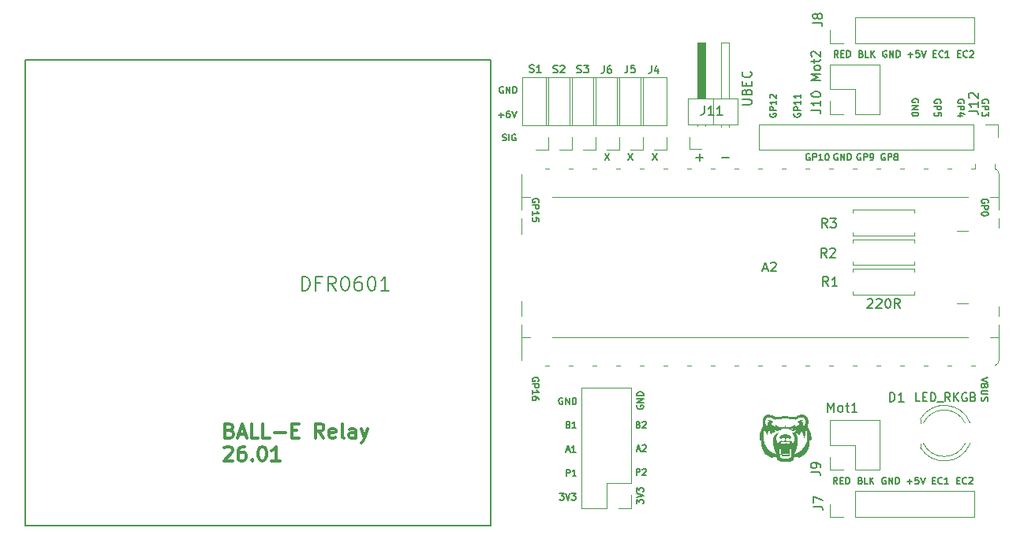
<source format=gto>
%TF.GenerationSoftware,KiCad,Pcbnew,9.0.7-9.0.7~ubuntu24.04.1*%
%TF.CreationDate,2026-01-31T19:08:08-06:00*%
%TF.ProjectId,PCB,5043422e-6b69-4636-9164-5f7063625858,rev?*%
%TF.SameCoordinates,Original*%
%TF.FileFunction,Legend,Top*%
%TF.FilePolarity,Positive*%
%FSLAX46Y46*%
G04 Gerber Fmt 4.6, Leading zero omitted, Abs format (unit mm)*
G04 Created by KiCad (PCBNEW 9.0.7-9.0.7~ubuntu24.04.1) date 2026-01-31 19:08:08*
%MOMM*%
%LPD*%
G01*
G04 APERTURE LIST*
%ADD10C,0.304800*%
%ADD11C,0.150000*%
%ADD12C,0.152400*%
%ADD13C,0.200000*%
%ADD14C,0.000000*%
%ADD15C,0.120000*%
G04 APERTURE END LIST*
D10*
X52071383Y-96045800D02*
X52289097Y-96118372D01*
X52289097Y-96118372D02*
X52361668Y-96190943D01*
X52361668Y-96190943D02*
X52434240Y-96336086D01*
X52434240Y-96336086D02*
X52434240Y-96553800D01*
X52434240Y-96553800D02*
X52361668Y-96698943D01*
X52361668Y-96698943D02*
X52289097Y-96771515D01*
X52289097Y-96771515D02*
X52143954Y-96844086D01*
X52143954Y-96844086D02*
X51563383Y-96844086D01*
X51563383Y-96844086D02*
X51563383Y-95320086D01*
X51563383Y-95320086D02*
X52071383Y-95320086D01*
X52071383Y-95320086D02*
X52216526Y-95392657D01*
X52216526Y-95392657D02*
X52289097Y-95465229D01*
X52289097Y-95465229D02*
X52361668Y-95610372D01*
X52361668Y-95610372D02*
X52361668Y-95755515D01*
X52361668Y-95755515D02*
X52289097Y-95900657D01*
X52289097Y-95900657D02*
X52216526Y-95973229D01*
X52216526Y-95973229D02*
X52071383Y-96045800D01*
X52071383Y-96045800D02*
X51563383Y-96045800D01*
X53014811Y-96408657D02*
X53740526Y-96408657D01*
X52869668Y-96844086D02*
X53377668Y-95320086D01*
X53377668Y-95320086D02*
X53885668Y-96844086D01*
X55119383Y-96844086D02*
X54393669Y-96844086D01*
X54393669Y-96844086D02*
X54393669Y-95320086D01*
X56353097Y-96844086D02*
X55627383Y-96844086D01*
X55627383Y-96844086D02*
X55627383Y-95320086D01*
X56861097Y-96263515D02*
X58022240Y-96263515D01*
X58747954Y-96045800D02*
X59255954Y-96045800D01*
X59473668Y-96844086D02*
X58747954Y-96844086D01*
X58747954Y-96844086D02*
X58747954Y-95320086D01*
X58747954Y-95320086D02*
X59473668Y-95320086D01*
X62158811Y-96844086D02*
X61650811Y-96118372D01*
X61287954Y-96844086D02*
X61287954Y-95320086D01*
X61287954Y-95320086D02*
X61868525Y-95320086D01*
X61868525Y-95320086D02*
X62013668Y-95392657D01*
X62013668Y-95392657D02*
X62086239Y-95465229D01*
X62086239Y-95465229D02*
X62158811Y-95610372D01*
X62158811Y-95610372D02*
X62158811Y-95828086D01*
X62158811Y-95828086D02*
X62086239Y-95973229D01*
X62086239Y-95973229D02*
X62013668Y-96045800D01*
X62013668Y-96045800D02*
X61868525Y-96118372D01*
X61868525Y-96118372D02*
X61287954Y-96118372D01*
X63392525Y-96771515D02*
X63247382Y-96844086D01*
X63247382Y-96844086D02*
X62957097Y-96844086D01*
X62957097Y-96844086D02*
X62811954Y-96771515D01*
X62811954Y-96771515D02*
X62739382Y-96626372D01*
X62739382Y-96626372D02*
X62739382Y-96045800D01*
X62739382Y-96045800D02*
X62811954Y-95900657D01*
X62811954Y-95900657D02*
X62957097Y-95828086D01*
X62957097Y-95828086D02*
X63247382Y-95828086D01*
X63247382Y-95828086D02*
X63392525Y-95900657D01*
X63392525Y-95900657D02*
X63465097Y-96045800D01*
X63465097Y-96045800D02*
X63465097Y-96190943D01*
X63465097Y-96190943D02*
X62739382Y-96336086D01*
X64335954Y-96844086D02*
X64190811Y-96771515D01*
X64190811Y-96771515D02*
X64118240Y-96626372D01*
X64118240Y-96626372D02*
X64118240Y-95320086D01*
X65569669Y-96844086D02*
X65569669Y-96045800D01*
X65569669Y-96045800D02*
X65497097Y-95900657D01*
X65497097Y-95900657D02*
X65351954Y-95828086D01*
X65351954Y-95828086D02*
X65061669Y-95828086D01*
X65061669Y-95828086D02*
X64916526Y-95900657D01*
X65569669Y-96771515D02*
X65424526Y-96844086D01*
X65424526Y-96844086D02*
X65061669Y-96844086D01*
X65061669Y-96844086D02*
X64916526Y-96771515D01*
X64916526Y-96771515D02*
X64843954Y-96626372D01*
X64843954Y-96626372D02*
X64843954Y-96481229D01*
X64843954Y-96481229D02*
X64916526Y-96336086D01*
X64916526Y-96336086D02*
X65061669Y-96263515D01*
X65061669Y-96263515D02*
X65424526Y-96263515D01*
X65424526Y-96263515D02*
X65569669Y-96190943D01*
X66150240Y-95828086D02*
X66513097Y-96844086D01*
X66875954Y-95828086D02*
X66513097Y-96844086D01*
X66513097Y-96844086D02*
X66367954Y-97206943D01*
X66367954Y-97206943D02*
X66295383Y-97279515D01*
X66295383Y-97279515D02*
X66150240Y-97352086D01*
X51490811Y-97918784D02*
X51563383Y-97846212D01*
X51563383Y-97846212D02*
X51708526Y-97773641D01*
X51708526Y-97773641D02*
X52071383Y-97773641D01*
X52071383Y-97773641D02*
X52216526Y-97846212D01*
X52216526Y-97846212D02*
X52289097Y-97918784D01*
X52289097Y-97918784D02*
X52361668Y-98063927D01*
X52361668Y-98063927D02*
X52361668Y-98209070D01*
X52361668Y-98209070D02*
X52289097Y-98426784D01*
X52289097Y-98426784D02*
X51418240Y-99297641D01*
X51418240Y-99297641D02*
X52361668Y-99297641D01*
X53667955Y-97773641D02*
X53377669Y-97773641D01*
X53377669Y-97773641D02*
X53232526Y-97846212D01*
X53232526Y-97846212D02*
X53159955Y-97918784D01*
X53159955Y-97918784D02*
X53014812Y-98136498D01*
X53014812Y-98136498D02*
X52942240Y-98426784D01*
X52942240Y-98426784D02*
X52942240Y-99007355D01*
X52942240Y-99007355D02*
X53014812Y-99152498D01*
X53014812Y-99152498D02*
X53087383Y-99225070D01*
X53087383Y-99225070D02*
X53232526Y-99297641D01*
X53232526Y-99297641D02*
X53522812Y-99297641D01*
X53522812Y-99297641D02*
X53667955Y-99225070D01*
X53667955Y-99225070D02*
X53740526Y-99152498D01*
X53740526Y-99152498D02*
X53813097Y-99007355D01*
X53813097Y-99007355D02*
X53813097Y-98644498D01*
X53813097Y-98644498D02*
X53740526Y-98499355D01*
X53740526Y-98499355D02*
X53667955Y-98426784D01*
X53667955Y-98426784D02*
X53522812Y-98354212D01*
X53522812Y-98354212D02*
X53232526Y-98354212D01*
X53232526Y-98354212D02*
X53087383Y-98426784D01*
X53087383Y-98426784D02*
X53014812Y-98499355D01*
X53014812Y-98499355D02*
X52942240Y-98644498D01*
X54466241Y-99152498D02*
X54538812Y-99225070D01*
X54538812Y-99225070D02*
X54466241Y-99297641D01*
X54466241Y-99297641D02*
X54393669Y-99225070D01*
X54393669Y-99225070D02*
X54466241Y-99152498D01*
X54466241Y-99152498D02*
X54466241Y-99297641D01*
X55482240Y-97773641D02*
X55627383Y-97773641D01*
X55627383Y-97773641D02*
X55772526Y-97846212D01*
X55772526Y-97846212D02*
X55845098Y-97918784D01*
X55845098Y-97918784D02*
X55917669Y-98063927D01*
X55917669Y-98063927D02*
X55990240Y-98354212D01*
X55990240Y-98354212D02*
X55990240Y-98717070D01*
X55990240Y-98717070D02*
X55917669Y-99007355D01*
X55917669Y-99007355D02*
X55845098Y-99152498D01*
X55845098Y-99152498D02*
X55772526Y-99225070D01*
X55772526Y-99225070D02*
X55627383Y-99297641D01*
X55627383Y-99297641D02*
X55482240Y-99297641D01*
X55482240Y-99297641D02*
X55337098Y-99225070D01*
X55337098Y-99225070D02*
X55264526Y-99152498D01*
X55264526Y-99152498D02*
X55191955Y-99007355D01*
X55191955Y-99007355D02*
X55119383Y-98717070D01*
X55119383Y-98717070D02*
X55119383Y-98354212D01*
X55119383Y-98354212D02*
X55191955Y-98063927D01*
X55191955Y-98063927D02*
X55264526Y-97918784D01*
X55264526Y-97918784D02*
X55337098Y-97846212D01*
X55337098Y-97846212D02*
X55482240Y-97773641D01*
X57441669Y-99297641D02*
X56570812Y-99297641D01*
X57006241Y-99297641D02*
X57006241Y-97773641D01*
X57006241Y-97773641D02*
X56861098Y-97991355D01*
X56861098Y-97991355D02*
X56715955Y-98136498D01*
X56715955Y-98136498D02*
X56570812Y-98209070D01*
D11*
X81334649Y-64873200D02*
X81434649Y-64906533D01*
X81434649Y-64906533D02*
X81601316Y-64906533D01*
X81601316Y-64906533D02*
X81667982Y-64873200D01*
X81667982Y-64873200D02*
X81701316Y-64839866D01*
X81701316Y-64839866D02*
X81734649Y-64773200D01*
X81734649Y-64773200D02*
X81734649Y-64706533D01*
X81734649Y-64706533D02*
X81701316Y-64639866D01*
X81701316Y-64639866D02*
X81667982Y-64606533D01*
X81667982Y-64606533D02*
X81601316Y-64573200D01*
X81601316Y-64573200D02*
X81467982Y-64539866D01*
X81467982Y-64539866D02*
X81401316Y-64506533D01*
X81401316Y-64506533D02*
X81367982Y-64473200D01*
X81367982Y-64473200D02*
X81334649Y-64406533D01*
X81334649Y-64406533D02*
X81334649Y-64339866D01*
X81334649Y-64339866D02*
X81367982Y-64273200D01*
X81367982Y-64273200D02*
X81401316Y-64239866D01*
X81401316Y-64239866D02*
X81467982Y-64206533D01*
X81467982Y-64206533D02*
X81634649Y-64206533D01*
X81634649Y-64206533D02*
X81734649Y-64239866D01*
X82034649Y-64906533D02*
X82034649Y-64206533D01*
X82734649Y-64239866D02*
X82667982Y-64206533D01*
X82667982Y-64206533D02*
X82567982Y-64206533D01*
X82567982Y-64206533D02*
X82467982Y-64239866D01*
X82467982Y-64239866D02*
X82401316Y-64306533D01*
X82401316Y-64306533D02*
X82367982Y-64373200D01*
X82367982Y-64373200D02*
X82334649Y-64506533D01*
X82334649Y-64506533D02*
X82334649Y-64606533D01*
X82334649Y-64606533D02*
X82367982Y-64739866D01*
X82367982Y-64739866D02*
X82401316Y-64806533D01*
X82401316Y-64806533D02*
X82467982Y-64873200D01*
X82467982Y-64873200D02*
X82567982Y-64906533D01*
X82567982Y-64906533D02*
X82634649Y-64906533D01*
X82634649Y-64906533D02*
X82734649Y-64873200D01*
X82734649Y-64873200D02*
X82767982Y-64839866D01*
X82767982Y-64839866D02*
X82767982Y-64606533D01*
X82767982Y-64606533D02*
X82634649Y-64606533D01*
X133460133Y-60867982D02*
X133493466Y-60801315D01*
X133493466Y-60801315D02*
X133493466Y-60701315D01*
X133493466Y-60701315D02*
X133460133Y-60601315D01*
X133460133Y-60601315D02*
X133393466Y-60534649D01*
X133393466Y-60534649D02*
X133326800Y-60501315D01*
X133326800Y-60501315D02*
X133193466Y-60467982D01*
X133193466Y-60467982D02*
X133093466Y-60467982D01*
X133093466Y-60467982D02*
X132960133Y-60501315D01*
X132960133Y-60501315D02*
X132893466Y-60534649D01*
X132893466Y-60534649D02*
X132826800Y-60601315D01*
X132826800Y-60601315D02*
X132793466Y-60701315D01*
X132793466Y-60701315D02*
X132793466Y-60767982D01*
X132793466Y-60767982D02*
X132826800Y-60867982D01*
X132826800Y-60867982D02*
X132860133Y-60901315D01*
X132860133Y-60901315D02*
X133093466Y-60901315D01*
X133093466Y-60901315D02*
X133093466Y-60767982D01*
X132793466Y-61201315D02*
X133493466Y-61201315D01*
X133493466Y-61201315D02*
X133493466Y-61467982D01*
X133493466Y-61467982D02*
X133460133Y-61534649D01*
X133460133Y-61534649D02*
X133426800Y-61567982D01*
X133426800Y-61567982D02*
X133360133Y-61601315D01*
X133360133Y-61601315D02*
X133260133Y-61601315D01*
X133260133Y-61601315D02*
X133193466Y-61567982D01*
X133193466Y-61567982D02*
X133160133Y-61534649D01*
X133160133Y-61534649D02*
X133126800Y-61467982D01*
X133126800Y-61467982D02*
X133126800Y-61201315D01*
X133493466Y-61834649D02*
X133493466Y-62267982D01*
X133493466Y-62267982D02*
X133226800Y-62034649D01*
X133226800Y-62034649D02*
X133226800Y-62134649D01*
X133226800Y-62134649D02*
X133193466Y-62201315D01*
X133193466Y-62201315D02*
X133160133Y-62234649D01*
X133160133Y-62234649D02*
X133093466Y-62267982D01*
X133093466Y-62267982D02*
X132926800Y-62267982D01*
X132926800Y-62267982D02*
X132860133Y-62234649D01*
X132860133Y-62234649D02*
X132826800Y-62201315D01*
X132826800Y-62201315D02*
X132793466Y-62134649D01*
X132793466Y-62134649D02*
X132793466Y-61934649D01*
X132793466Y-61934649D02*
X132826800Y-61867982D01*
X132826800Y-61867982D02*
X132860133Y-61834649D01*
X104901316Y-66688866D02*
X105663221Y-66688866D01*
X102101316Y-66688866D02*
X102863221Y-66688866D01*
X102482268Y-67069819D02*
X102482268Y-66307914D01*
X97434649Y-66306533D02*
X97901315Y-67006533D01*
X97901315Y-66306533D02*
X97434649Y-67006533D01*
X94834649Y-66306533D02*
X95301315Y-67006533D01*
X95301315Y-66306533D02*
X94834649Y-67006533D01*
X92334649Y-66306533D02*
X92801315Y-67006533D01*
X92801315Y-66306533D02*
X92334649Y-67006533D01*
X80934648Y-62139866D02*
X81467982Y-62139866D01*
X81201315Y-62406533D02*
X81201315Y-61873200D01*
X82101315Y-61706533D02*
X81967982Y-61706533D01*
X81967982Y-61706533D02*
X81901315Y-61739866D01*
X81901315Y-61739866D02*
X81867982Y-61773200D01*
X81867982Y-61773200D02*
X81801315Y-61873200D01*
X81801315Y-61873200D02*
X81767982Y-62006533D01*
X81767982Y-62006533D02*
X81767982Y-62273200D01*
X81767982Y-62273200D02*
X81801315Y-62339866D01*
X81801315Y-62339866D02*
X81834649Y-62373200D01*
X81834649Y-62373200D02*
X81901315Y-62406533D01*
X81901315Y-62406533D02*
X82034649Y-62406533D01*
X82034649Y-62406533D02*
X82101315Y-62373200D01*
X82101315Y-62373200D02*
X82134649Y-62339866D01*
X82134649Y-62339866D02*
X82167982Y-62273200D01*
X82167982Y-62273200D02*
X82167982Y-62106533D01*
X82167982Y-62106533D02*
X82134649Y-62039866D01*
X82134649Y-62039866D02*
X82101315Y-62006533D01*
X82101315Y-62006533D02*
X82034649Y-61973200D01*
X82034649Y-61973200D02*
X81901315Y-61973200D01*
X81901315Y-61973200D02*
X81834649Y-62006533D01*
X81834649Y-62006533D02*
X81801315Y-62039866D01*
X81801315Y-62039866D02*
X81767982Y-62106533D01*
X82367982Y-61706533D02*
X82601316Y-62406533D01*
X82601316Y-62406533D02*
X82834649Y-61706533D01*
X81401316Y-59139866D02*
X81334649Y-59106533D01*
X81334649Y-59106533D02*
X81234649Y-59106533D01*
X81234649Y-59106533D02*
X81134649Y-59139866D01*
X81134649Y-59139866D02*
X81067983Y-59206533D01*
X81067983Y-59206533D02*
X81034649Y-59273200D01*
X81034649Y-59273200D02*
X81001316Y-59406533D01*
X81001316Y-59406533D02*
X81001316Y-59506533D01*
X81001316Y-59506533D02*
X81034649Y-59639866D01*
X81034649Y-59639866D02*
X81067983Y-59706533D01*
X81067983Y-59706533D02*
X81134649Y-59773200D01*
X81134649Y-59773200D02*
X81234649Y-59806533D01*
X81234649Y-59806533D02*
X81301316Y-59806533D01*
X81301316Y-59806533D02*
X81401316Y-59773200D01*
X81401316Y-59773200D02*
X81434649Y-59739866D01*
X81434649Y-59739866D02*
X81434649Y-59506533D01*
X81434649Y-59506533D02*
X81301316Y-59506533D01*
X81734649Y-59806533D02*
X81734649Y-59106533D01*
X81734649Y-59106533D02*
X82134649Y-59806533D01*
X82134649Y-59806533D02*
X82134649Y-59106533D01*
X82467982Y-59806533D02*
X82467982Y-59106533D01*
X82467982Y-59106533D02*
X82634649Y-59106533D01*
X82634649Y-59106533D02*
X82734649Y-59139866D01*
X82734649Y-59139866D02*
X82801316Y-59206533D01*
X82801316Y-59206533D02*
X82834649Y-59273200D01*
X82834649Y-59273200D02*
X82867982Y-59406533D01*
X82867982Y-59406533D02*
X82867982Y-59506533D01*
X82867982Y-59506533D02*
X82834649Y-59639866D01*
X82834649Y-59639866D02*
X82801316Y-59706533D01*
X82801316Y-59706533D02*
X82734649Y-59773200D01*
X82734649Y-59773200D02*
X82634649Y-59806533D01*
X82634649Y-59806533D02*
X82467982Y-59806533D01*
D12*
X30100000Y-56250000D02*
X80100000Y-56250000D01*
X80100000Y-106250000D01*
X30100000Y-106250000D01*
X30100000Y-56250000D01*
D11*
X95693333Y-100856533D02*
X95693333Y-100156533D01*
X95693333Y-100156533D02*
X95960000Y-100156533D01*
X95960000Y-100156533D02*
X96026667Y-100189866D01*
X96026667Y-100189866D02*
X96060000Y-100223200D01*
X96060000Y-100223200D02*
X96093333Y-100289866D01*
X96093333Y-100289866D02*
X96093333Y-100389866D01*
X96093333Y-100389866D02*
X96060000Y-100456533D01*
X96060000Y-100456533D02*
X96026667Y-100489866D01*
X96026667Y-100489866D02*
X95960000Y-100523200D01*
X95960000Y-100523200D02*
X95693333Y-100523200D01*
X96360000Y-100223200D02*
X96393333Y-100189866D01*
X96393333Y-100189866D02*
X96460000Y-100156533D01*
X96460000Y-100156533D02*
X96626667Y-100156533D01*
X96626667Y-100156533D02*
X96693333Y-100189866D01*
X96693333Y-100189866D02*
X96726667Y-100223200D01*
X96726667Y-100223200D02*
X96760000Y-100289866D01*
X96760000Y-100289866D02*
X96760000Y-100356533D01*
X96760000Y-100356533D02*
X96726667Y-100456533D01*
X96726667Y-100456533D02*
X96326667Y-100856533D01*
X96326667Y-100856533D02*
X96760000Y-100856533D01*
X114301315Y-66339866D02*
X114234648Y-66306533D01*
X114234648Y-66306533D02*
X114134648Y-66306533D01*
X114134648Y-66306533D02*
X114034648Y-66339866D01*
X114034648Y-66339866D02*
X113967982Y-66406533D01*
X113967982Y-66406533D02*
X113934648Y-66473200D01*
X113934648Y-66473200D02*
X113901315Y-66606533D01*
X113901315Y-66606533D02*
X113901315Y-66706533D01*
X113901315Y-66706533D02*
X113934648Y-66839866D01*
X113934648Y-66839866D02*
X113967982Y-66906533D01*
X113967982Y-66906533D02*
X114034648Y-66973200D01*
X114034648Y-66973200D02*
X114134648Y-67006533D01*
X114134648Y-67006533D02*
X114201315Y-67006533D01*
X114201315Y-67006533D02*
X114301315Y-66973200D01*
X114301315Y-66973200D02*
X114334648Y-66939866D01*
X114334648Y-66939866D02*
X114334648Y-66706533D01*
X114334648Y-66706533D02*
X114201315Y-66706533D01*
X114634648Y-67006533D02*
X114634648Y-66306533D01*
X114634648Y-66306533D02*
X114901315Y-66306533D01*
X114901315Y-66306533D02*
X114967982Y-66339866D01*
X114967982Y-66339866D02*
X115001315Y-66373200D01*
X115001315Y-66373200D02*
X115034648Y-66439866D01*
X115034648Y-66439866D02*
X115034648Y-66539866D01*
X115034648Y-66539866D02*
X115001315Y-66606533D01*
X115001315Y-66606533D02*
X114967982Y-66639866D01*
X114967982Y-66639866D02*
X114901315Y-66673200D01*
X114901315Y-66673200D02*
X114634648Y-66673200D01*
X115701315Y-67006533D02*
X115301315Y-67006533D01*
X115501315Y-67006533D02*
X115501315Y-66306533D01*
X115501315Y-66306533D02*
X115434648Y-66406533D01*
X115434648Y-66406533D02*
X115367982Y-66473200D01*
X115367982Y-66473200D02*
X115301315Y-66506533D01*
X116134649Y-66306533D02*
X116201315Y-66306533D01*
X116201315Y-66306533D02*
X116267982Y-66339866D01*
X116267982Y-66339866D02*
X116301315Y-66373200D01*
X116301315Y-66373200D02*
X116334649Y-66439866D01*
X116334649Y-66439866D02*
X116367982Y-66573200D01*
X116367982Y-66573200D02*
X116367982Y-66739866D01*
X116367982Y-66739866D02*
X116334649Y-66873200D01*
X116334649Y-66873200D02*
X116301315Y-66939866D01*
X116301315Y-66939866D02*
X116267982Y-66973200D01*
X116267982Y-66973200D02*
X116201315Y-67006533D01*
X116201315Y-67006533D02*
X116134649Y-67006533D01*
X116134649Y-67006533D02*
X116067982Y-66973200D01*
X116067982Y-66973200D02*
X116034649Y-66939866D01*
X116034649Y-66939866D02*
X116001315Y-66873200D01*
X116001315Y-66873200D02*
X115967982Y-66739866D01*
X115967982Y-66739866D02*
X115967982Y-66573200D01*
X115967982Y-66573200D02*
X116001315Y-66439866D01*
X116001315Y-66439866D02*
X116034649Y-66373200D01*
X116034649Y-66373200D02*
X116067982Y-66339866D01*
X116067982Y-66339866D02*
X116134649Y-66306533D01*
X125960133Y-60801316D02*
X125993466Y-60734649D01*
X125993466Y-60734649D02*
X125993466Y-60634649D01*
X125993466Y-60634649D02*
X125960133Y-60534649D01*
X125960133Y-60534649D02*
X125893466Y-60467983D01*
X125893466Y-60467983D02*
X125826800Y-60434649D01*
X125826800Y-60434649D02*
X125693466Y-60401316D01*
X125693466Y-60401316D02*
X125593466Y-60401316D01*
X125593466Y-60401316D02*
X125460133Y-60434649D01*
X125460133Y-60434649D02*
X125393466Y-60467983D01*
X125393466Y-60467983D02*
X125326800Y-60534649D01*
X125326800Y-60534649D02*
X125293466Y-60634649D01*
X125293466Y-60634649D02*
X125293466Y-60701316D01*
X125293466Y-60701316D02*
X125326800Y-60801316D01*
X125326800Y-60801316D02*
X125360133Y-60834649D01*
X125360133Y-60834649D02*
X125593466Y-60834649D01*
X125593466Y-60834649D02*
X125593466Y-60701316D01*
X125293466Y-61134649D02*
X125993466Y-61134649D01*
X125993466Y-61134649D02*
X125293466Y-61534649D01*
X125293466Y-61534649D02*
X125993466Y-61534649D01*
X125293466Y-61867982D02*
X125993466Y-61867982D01*
X125993466Y-61867982D02*
X125993466Y-62034649D01*
X125993466Y-62034649D02*
X125960133Y-62134649D01*
X125960133Y-62134649D02*
X125893466Y-62201316D01*
X125893466Y-62201316D02*
X125826800Y-62234649D01*
X125826800Y-62234649D02*
X125693466Y-62267982D01*
X125693466Y-62267982D02*
X125593466Y-62267982D01*
X125593466Y-62267982D02*
X125460133Y-62234649D01*
X125460133Y-62234649D02*
X125393466Y-62201316D01*
X125393466Y-62201316D02*
X125326800Y-62134649D01*
X125326800Y-62134649D02*
X125293466Y-62034649D01*
X125293466Y-62034649D02*
X125293466Y-61867982D01*
X87473333Y-102816533D02*
X87906666Y-102816533D01*
X87906666Y-102816533D02*
X87673333Y-103083200D01*
X87673333Y-103083200D02*
X87773333Y-103083200D01*
X87773333Y-103083200D02*
X87839999Y-103116533D01*
X87839999Y-103116533D02*
X87873333Y-103149866D01*
X87873333Y-103149866D02*
X87906666Y-103216533D01*
X87906666Y-103216533D02*
X87906666Y-103383200D01*
X87906666Y-103383200D02*
X87873333Y-103449866D01*
X87873333Y-103449866D02*
X87839999Y-103483200D01*
X87839999Y-103483200D02*
X87773333Y-103516533D01*
X87773333Y-103516533D02*
X87573333Y-103516533D01*
X87573333Y-103516533D02*
X87506666Y-103483200D01*
X87506666Y-103483200D02*
X87473333Y-103449866D01*
X88106666Y-102816533D02*
X88340000Y-103516533D01*
X88340000Y-103516533D02*
X88573333Y-102816533D01*
X88740000Y-102816533D02*
X89173333Y-102816533D01*
X89173333Y-102816533D02*
X88940000Y-103083200D01*
X88940000Y-103083200D02*
X89040000Y-103083200D01*
X89040000Y-103083200D02*
X89106666Y-103116533D01*
X89106666Y-103116533D02*
X89140000Y-103149866D01*
X89140000Y-103149866D02*
X89173333Y-103216533D01*
X89173333Y-103216533D02*
X89173333Y-103383200D01*
X89173333Y-103383200D02*
X89140000Y-103449866D01*
X89140000Y-103449866D02*
X89106666Y-103483200D01*
X89106666Y-103483200D02*
X89040000Y-103516533D01*
X89040000Y-103516533D02*
X88840000Y-103516533D01*
X88840000Y-103516533D02*
X88773333Y-103483200D01*
X88773333Y-103483200D02*
X88740000Y-103449866D01*
X117301316Y-66339866D02*
X117234649Y-66306533D01*
X117234649Y-66306533D02*
X117134649Y-66306533D01*
X117134649Y-66306533D02*
X117034649Y-66339866D01*
X117034649Y-66339866D02*
X116967983Y-66406533D01*
X116967983Y-66406533D02*
X116934649Y-66473200D01*
X116934649Y-66473200D02*
X116901316Y-66606533D01*
X116901316Y-66606533D02*
X116901316Y-66706533D01*
X116901316Y-66706533D02*
X116934649Y-66839866D01*
X116934649Y-66839866D02*
X116967983Y-66906533D01*
X116967983Y-66906533D02*
X117034649Y-66973200D01*
X117034649Y-66973200D02*
X117134649Y-67006533D01*
X117134649Y-67006533D02*
X117201316Y-67006533D01*
X117201316Y-67006533D02*
X117301316Y-66973200D01*
X117301316Y-66973200D02*
X117334649Y-66939866D01*
X117334649Y-66939866D02*
X117334649Y-66706533D01*
X117334649Y-66706533D02*
X117201316Y-66706533D01*
X117634649Y-67006533D02*
X117634649Y-66306533D01*
X117634649Y-66306533D02*
X118034649Y-67006533D01*
X118034649Y-67006533D02*
X118034649Y-66306533D01*
X118367982Y-67006533D02*
X118367982Y-66306533D01*
X118367982Y-66306533D02*
X118534649Y-66306533D01*
X118534649Y-66306533D02*
X118634649Y-66339866D01*
X118634649Y-66339866D02*
X118701316Y-66406533D01*
X118701316Y-66406533D02*
X118734649Y-66473200D01*
X118734649Y-66473200D02*
X118767982Y-66606533D01*
X118767982Y-66606533D02*
X118767982Y-66706533D01*
X118767982Y-66706533D02*
X118734649Y-66839866D01*
X118734649Y-66839866D02*
X118701316Y-66906533D01*
X118701316Y-66906533D02*
X118634649Y-66973200D01*
X118634649Y-66973200D02*
X118534649Y-67006533D01*
X118534649Y-67006533D02*
X118367982Y-67006533D01*
X88183333Y-100944033D02*
X88183333Y-100244033D01*
X88183333Y-100244033D02*
X88450000Y-100244033D01*
X88450000Y-100244033D02*
X88516667Y-100277366D01*
X88516667Y-100277366D02*
X88550000Y-100310700D01*
X88550000Y-100310700D02*
X88583333Y-100377366D01*
X88583333Y-100377366D02*
X88583333Y-100477366D01*
X88583333Y-100477366D02*
X88550000Y-100544033D01*
X88550000Y-100544033D02*
X88516667Y-100577366D01*
X88516667Y-100577366D02*
X88450000Y-100610700D01*
X88450000Y-100610700D02*
X88183333Y-100610700D01*
X89250000Y-100944033D02*
X88850000Y-100944033D01*
X89050000Y-100944033D02*
X89050000Y-100244033D01*
X89050000Y-100244033D02*
X88983333Y-100344033D01*
X88983333Y-100344033D02*
X88916667Y-100410700D01*
X88916667Y-100410700D02*
X88850000Y-100444033D01*
D13*
X59808720Y-81006028D02*
X59808720Y-79506028D01*
X59808720Y-79506028D02*
X60165863Y-79506028D01*
X60165863Y-79506028D02*
X60380149Y-79577457D01*
X60380149Y-79577457D02*
X60523006Y-79720314D01*
X60523006Y-79720314D02*
X60594435Y-79863171D01*
X60594435Y-79863171D02*
X60665863Y-80148885D01*
X60665863Y-80148885D02*
X60665863Y-80363171D01*
X60665863Y-80363171D02*
X60594435Y-80648885D01*
X60594435Y-80648885D02*
X60523006Y-80791742D01*
X60523006Y-80791742D02*
X60380149Y-80934600D01*
X60380149Y-80934600D02*
X60165863Y-81006028D01*
X60165863Y-81006028D02*
X59808720Y-81006028D01*
X61808720Y-80220314D02*
X61308720Y-80220314D01*
X61308720Y-81006028D02*
X61308720Y-79506028D01*
X61308720Y-79506028D02*
X62023006Y-79506028D01*
X63451577Y-81006028D02*
X62951577Y-80291742D01*
X62594434Y-81006028D02*
X62594434Y-79506028D01*
X62594434Y-79506028D02*
X63165863Y-79506028D01*
X63165863Y-79506028D02*
X63308720Y-79577457D01*
X63308720Y-79577457D02*
X63380149Y-79648885D01*
X63380149Y-79648885D02*
X63451577Y-79791742D01*
X63451577Y-79791742D02*
X63451577Y-80006028D01*
X63451577Y-80006028D02*
X63380149Y-80148885D01*
X63380149Y-80148885D02*
X63308720Y-80220314D01*
X63308720Y-80220314D02*
X63165863Y-80291742D01*
X63165863Y-80291742D02*
X62594434Y-80291742D01*
X64380149Y-79506028D02*
X64523006Y-79506028D01*
X64523006Y-79506028D02*
X64665863Y-79577457D01*
X64665863Y-79577457D02*
X64737292Y-79648885D01*
X64737292Y-79648885D02*
X64808720Y-79791742D01*
X64808720Y-79791742D02*
X64880149Y-80077457D01*
X64880149Y-80077457D02*
X64880149Y-80434600D01*
X64880149Y-80434600D02*
X64808720Y-80720314D01*
X64808720Y-80720314D02*
X64737292Y-80863171D01*
X64737292Y-80863171D02*
X64665863Y-80934600D01*
X64665863Y-80934600D02*
X64523006Y-81006028D01*
X64523006Y-81006028D02*
X64380149Y-81006028D01*
X64380149Y-81006028D02*
X64237292Y-80934600D01*
X64237292Y-80934600D02*
X64165863Y-80863171D01*
X64165863Y-80863171D02*
X64094434Y-80720314D01*
X64094434Y-80720314D02*
X64023006Y-80434600D01*
X64023006Y-80434600D02*
X64023006Y-80077457D01*
X64023006Y-80077457D02*
X64094434Y-79791742D01*
X64094434Y-79791742D02*
X64165863Y-79648885D01*
X64165863Y-79648885D02*
X64237292Y-79577457D01*
X64237292Y-79577457D02*
X64380149Y-79506028D01*
X66165863Y-79506028D02*
X65880148Y-79506028D01*
X65880148Y-79506028D02*
X65737291Y-79577457D01*
X65737291Y-79577457D02*
X65665863Y-79648885D01*
X65665863Y-79648885D02*
X65523005Y-79863171D01*
X65523005Y-79863171D02*
X65451577Y-80148885D01*
X65451577Y-80148885D02*
X65451577Y-80720314D01*
X65451577Y-80720314D02*
X65523005Y-80863171D01*
X65523005Y-80863171D02*
X65594434Y-80934600D01*
X65594434Y-80934600D02*
X65737291Y-81006028D01*
X65737291Y-81006028D02*
X66023005Y-81006028D01*
X66023005Y-81006028D02*
X66165863Y-80934600D01*
X66165863Y-80934600D02*
X66237291Y-80863171D01*
X66237291Y-80863171D02*
X66308720Y-80720314D01*
X66308720Y-80720314D02*
X66308720Y-80363171D01*
X66308720Y-80363171D02*
X66237291Y-80220314D01*
X66237291Y-80220314D02*
X66165863Y-80148885D01*
X66165863Y-80148885D02*
X66023005Y-80077457D01*
X66023005Y-80077457D02*
X65737291Y-80077457D01*
X65737291Y-80077457D02*
X65594434Y-80148885D01*
X65594434Y-80148885D02*
X65523005Y-80220314D01*
X65523005Y-80220314D02*
X65451577Y-80363171D01*
X67237291Y-79506028D02*
X67380148Y-79506028D01*
X67380148Y-79506028D02*
X67523005Y-79577457D01*
X67523005Y-79577457D02*
X67594434Y-79648885D01*
X67594434Y-79648885D02*
X67665862Y-79791742D01*
X67665862Y-79791742D02*
X67737291Y-80077457D01*
X67737291Y-80077457D02*
X67737291Y-80434600D01*
X67737291Y-80434600D02*
X67665862Y-80720314D01*
X67665862Y-80720314D02*
X67594434Y-80863171D01*
X67594434Y-80863171D02*
X67523005Y-80934600D01*
X67523005Y-80934600D02*
X67380148Y-81006028D01*
X67380148Y-81006028D02*
X67237291Y-81006028D01*
X67237291Y-81006028D02*
X67094434Y-80934600D01*
X67094434Y-80934600D02*
X67023005Y-80863171D01*
X67023005Y-80863171D02*
X66951576Y-80720314D01*
X66951576Y-80720314D02*
X66880148Y-80434600D01*
X66880148Y-80434600D02*
X66880148Y-80077457D01*
X66880148Y-80077457D02*
X66951576Y-79791742D01*
X66951576Y-79791742D02*
X67023005Y-79648885D01*
X67023005Y-79648885D02*
X67094434Y-79577457D01*
X67094434Y-79577457D02*
X67237291Y-79506028D01*
X69165862Y-81006028D02*
X68308719Y-81006028D01*
X68737290Y-81006028D02*
X68737290Y-79506028D01*
X68737290Y-79506028D02*
X68594433Y-79720314D01*
X68594433Y-79720314D02*
X68451576Y-79863171D01*
X68451576Y-79863171D02*
X68308719Y-79934600D01*
D11*
X117260000Y-101776533D02*
X117026667Y-101443200D01*
X116860000Y-101776533D02*
X116860000Y-101076533D01*
X116860000Y-101076533D02*
X117126667Y-101076533D01*
X117126667Y-101076533D02*
X117193334Y-101109866D01*
X117193334Y-101109866D02*
X117226667Y-101143200D01*
X117226667Y-101143200D02*
X117260000Y-101209866D01*
X117260000Y-101209866D02*
X117260000Y-101309866D01*
X117260000Y-101309866D02*
X117226667Y-101376533D01*
X117226667Y-101376533D02*
X117193334Y-101409866D01*
X117193334Y-101409866D02*
X117126667Y-101443200D01*
X117126667Y-101443200D02*
X116860000Y-101443200D01*
X117560000Y-101409866D02*
X117793334Y-101409866D01*
X117893334Y-101776533D02*
X117560000Y-101776533D01*
X117560000Y-101776533D02*
X117560000Y-101076533D01*
X117560000Y-101076533D02*
X117893334Y-101076533D01*
X118193333Y-101776533D02*
X118193333Y-101076533D01*
X118193333Y-101076533D02*
X118360000Y-101076533D01*
X118360000Y-101076533D02*
X118460000Y-101109866D01*
X118460000Y-101109866D02*
X118526667Y-101176533D01*
X118526667Y-101176533D02*
X118560000Y-101243200D01*
X118560000Y-101243200D02*
X118593333Y-101376533D01*
X118593333Y-101376533D02*
X118593333Y-101476533D01*
X118593333Y-101476533D02*
X118560000Y-101609866D01*
X118560000Y-101609866D02*
X118526667Y-101676533D01*
X118526667Y-101676533D02*
X118460000Y-101743200D01*
X118460000Y-101743200D02*
X118360000Y-101776533D01*
X118360000Y-101776533D02*
X118193333Y-101776533D01*
X110039866Y-61998684D02*
X110006533Y-62065351D01*
X110006533Y-62065351D02*
X110006533Y-62165351D01*
X110006533Y-62165351D02*
X110039866Y-62265351D01*
X110039866Y-62265351D02*
X110106533Y-62332018D01*
X110106533Y-62332018D02*
X110173200Y-62365351D01*
X110173200Y-62365351D02*
X110306533Y-62398684D01*
X110306533Y-62398684D02*
X110406533Y-62398684D01*
X110406533Y-62398684D02*
X110539866Y-62365351D01*
X110539866Y-62365351D02*
X110606533Y-62332018D01*
X110606533Y-62332018D02*
X110673200Y-62265351D01*
X110673200Y-62265351D02*
X110706533Y-62165351D01*
X110706533Y-62165351D02*
X110706533Y-62098684D01*
X110706533Y-62098684D02*
X110673200Y-61998684D01*
X110673200Y-61998684D02*
X110639866Y-61965351D01*
X110639866Y-61965351D02*
X110406533Y-61965351D01*
X110406533Y-61965351D02*
X110406533Y-62098684D01*
X110706533Y-61665351D02*
X110006533Y-61665351D01*
X110006533Y-61665351D02*
X110006533Y-61398684D01*
X110006533Y-61398684D02*
X110039866Y-61332018D01*
X110039866Y-61332018D02*
X110073200Y-61298684D01*
X110073200Y-61298684D02*
X110139866Y-61265351D01*
X110139866Y-61265351D02*
X110239866Y-61265351D01*
X110239866Y-61265351D02*
X110306533Y-61298684D01*
X110306533Y-61298684D02*
X110339866Y-61332018D01*
X110339866Y-61332018D02*
X110373200Y-61398684D01*
X110373200Y-61398684D02*
X110373200Y-61665351D01*
X110706533Y-60598684D02*
X110706533Y-60998684D01*
X110706533Y-60798684D02*
X110006533Y-60798684D01*
X110006533Y-60798684D02*
X110106533Y-60865351D01*
X110106533Y-60865351D02*
X110173200Y-60932018D01*
X110173200Y-60932018D02*
X110206533Y-60998684D01*
X110073200Y-60332017D02*
X110039866Y-60298684D01*
X110039866Y-60298684D02*
X110006533Y-60232017D01*
X110006533Y-60232017D02*
X110006533Y-60065351D01*
X110006533Y-60065351D02*
X110039866Y-59998684D01*
X110039866Y-59998684D02*
X110073200Y-59965351D01*
X110073200Y-59965351D02*
X110139866Y-59932017D01*
X110139866Y-59932017D02*
X110206533Y-59932017D01*
X110206533Y-59932017D02*
X110306533Y-59965351D01*
X110306533Y-59965351D02*
X110706533Y-60365351D01*
X110706533Y-60365351D02*
X110706533Y-59932017D01*
X130096666Y-101409866D02*
X130330000Y-101409866D01*
X130430000Y-101776533D02*
X130096666Y-101776533D01*
X130096666Y-101776533D02*
X130096666Y-101076533D01*
X130096666Y-101076533D02*
X130430000Y-101076533D01*
X131129999Y-101709866D02*
X131096666Y-101743200D01*
X131096666Y-101743200D02*
X130996666Y-101776533D01*
X130996666Y-101776533D02*
X130929999Y-101776533D01*
X130929999Y-101776533D02*
X130829999Y-101743200D01*
X130829999Y-101743200D02*
X130763333Y-101676533D01*
X130763333Y-101676533D02*
X130729999Y-101609866D01*
X130729999Y-101609866D02*
X130696666Y-101476533D01*
X130696666Y-101476533D02*
X130696666Y-101376533D01*
X130696666Y-101376533D02*
X130729999Y-101243200D01*
X130729999Y-101243200D02*
X130763333Y-101176533D01*
X130763333Y-101176533D02*
X130829999Y-101109866D01*
X130829999Y-101109866D02*
X130929999Y-101076533D01*
X130929999Y-101076533D02*
X130996666Y-101076533D01*
X130996666Y-101076533D02*
X131096666Y-101109866D01*
X131096666Y-101109866D02*
X131129999Y-101143200D01*
X131396666Y-101143200D02*
X131429999Y-101109866D01*
X131429999Y-101109866D02*
X131496666Y-101076533D01*
X131496666Y-101076533D02*
X131663333Y-101076533D01*
X131663333Y-101076533D02*
X131729999Y-101109866D01*
X131729999Y-101109866D02*
X131763333Y-101143200D01*
X131763333Y-101143200D02*
X131796666Y-101209866D01*
X131796666Y-101209866D02*
X131796666Y-101276533D01*
X131796666Y-101276533D02*
X131763333Y-101376533D01*
X131763333Y-101376533D02*
X131363333Y-101776533D01*
X131363333Y-101776533D02*
X131796666Y-101776533D01*
X124875332Y-55669866D02*
X125408666Y-55669866D01*
X125141999Y-55936533D02*
X125141999Y-55403200D01*
X126075333Y-55236533D02*
X125741999Y-55236533D01*
X125741999Y-55236533D02*
X125708666Y-55569866D01*
X125708666Y-55569866D02*
X125741999Y-55536533D01*
X125741999Y-55536533D02*
X125808666Y-55503200D01*
X125808666Y-55503200D02*
X125975333Y-55503200D01*
X125975333Y-55503200D02*
X126041999Y-55536533D01*
X126041999Y-55536533D02*
X126075333Y-55569866D01*
X126075333Y-55569866D02*
X126108666Y-55636533D01*
X126108666Y-55636533D02*
X126108666Y-55803200D01*
X126108666Y-55803200D02*
X126075333Y-55869866D01*
X126075333Y-55869866D02*
X126041999Y-55903200D01*
X126041999Y-55903200D02*
X125975333Y-55936533D01*
X125975333Y-55936533D02*
X125808666Y-55936533D01*
X125808666Y-55936533D02*
X125741999Y-55903200D01*
X125741999Y-55903200D02*
X125708666Y-55869866D01*
X126308666Y-55236533D02*
X126542000Y-55936533D01*
X126542000Y-55936533D02*
X126775333Y-55236533D01*
X119830667Y-55569866D02*
X119930667Y-55603200D01*
X119930667Y-55603200D02*
X119964000Y-55636533D01*
X119964000Y-55636533D02*
X119997333Y-55703200D01*
X119997333Y-55703200D02*
X119997333Y-55803200D01*
X119997333Y-55803200D02*
X119964000Y-55869866D01*
X119964000Y-55869866D02*
X119930667Y-55903200D01*
X119930667Y-55903200D02*
X119864000Y-55936533D01*
X119864000Y-55936533D02*
X119597333Y-55936533D01*
X119597333Y-55936533D02*
X119597333Y-55236533D01*
X119597333Y-55236533D02*
X119830667Y-55236533D01*
X119830667Y-55236533D02*
X119897333Y-55269866D01*
X119897333Y-55269866D02*
X119930667Y-55303200D01*
X119930667Y-55303200D02*
X119964000Y-55369866D01*
X119964000Y-55369866D02*
X119964000Y-55436533D01*
X119964000Y-55436533D02*
X119930667Y-55503200D01*
X119930667Y-55503200D02*
X119897333Y-55536533D01*
X119897333Y-55536533D02*
X119830667Y-55569866D01*
X119830667Y-55569866D02*
X119597333Y-55569866D01*
X120630667Y-55936533D02*
X120297333Y-55936533D01*
X120297333Y-55936533D02*
X120297333Y-55236533D01*
X120864000Y-55936533D02*
X120864000Y-55236533D01*
X121264000Y-55936533D02*
X120964000Y-55536533D01*
X121264000Y-55236533D02*
X120864000Y-55636533D01*
X95789866Y-93353332D02*
X95756533Y-93419999D01*
X95756533Y-93419999D02*
X95756533Y-93519999D01*
X95756533Y-93519999D02*
X95789866Y-93619999D01*
X95789866Y-93619999D02*
X95856533Y-93686666D01*
X95856533Y-93686666D02*
X95923200Y-93719999D01*
X95923200Y-93719999D02*
X96056533Y-93753332D01*
X96056533Y-93753332D02*
X96156533Y-93753332D01*
X96156533Y-93753332D02*
X96289866Y-93719999D01*
X96289866Y-93719999D02*
X96356533Y-93686666D01*
X96356533Y-93686666D02*
X96423200Y-93619999D01*
X96423200Y-93619999D02*
X96456533Y-93519999D01*
X96456533Y-93519999D02*
X96456533Y-93453332D01*
X96456533Y-93453332D02*
X96423200Y-93353332D01*
X96423200Y-93353332D02*
X96389866Y-93319999D01*
X96389866Y-93319999D02*
X96156533Y-93319999D01*
X96156533Y-93319999D02*
X96156533Y-93453332D01*
X96456533Y-93019999D02*
X95756533Y-93019999D01*
X95756533Y-93019999D02*
X96456533Y-92619999D01*
X96456533Y-92619999D02*
X95756533Y-92619999D01*
X96456533Y-92286666D02*
X95756533Y-92286666D01*
X95756533Y-92286666D02*
X95756533Y-92119999D01*
X95756533Y-92119999D02*
X95789866Y-92019999D01*
X95789866Y-92019999D02*
X95856533Y-91953333D01*
X95856533Y-91953333D02*
X95923200Y-91919999D01*
X95923200Y-91919999D02*
X96056533Y-91886666D01*
X96056533Y-91886666D02*
X96156533Y-91886666D01*
X96156533Y-91886666D02*
X96289866Y-91919999D01*
X96289866Y-91919999D02*
X96356533Y-91953333D01*
X96356533Y-91953333D02*
X96423200Y-92019999D01*
X96423200Y-92019999D02*
X96456533Y-92119999D01*
X96456533Y-92119999D02*
X96456533Y-92286666D01*
X88180000Y-98171533D02*
X88513333Y-98171533D01*
X88113333Y-98371533D02*
X88346667Y-97671533D01*
X88346667Y-97671533D02*
X88580000Y-98371533D01*
X89180000Y-98371533D02*
X88780000Y-98371533D01*
X88980000Y-98371533D02*
X88980000Y-97671533D01*
X88980000Y-97671533D02*
X88913333Y-97771533D01*
X88913333Y-97771533D02*
X88846667Y-97838200D01*
X88846667Y-97838200D02*
X88780000Y-97871533D01*
X88396667Y-95432366D02*
X88496667Y-95465700D01*
X88496667Y-95465700D02*
X88530000Y-95499033D01*
X88530000Y-95499033D02*
X88563333Y-95565700D01*
X88563333Y-95565700D02*
X88563333Y-95665700D01*
X88563333Y-95665700D02*
X88530000Y-95732366D01*
X88530000Y-95732366D02*
X88496667Y-95765700D01*
X88496667Y-95765700D02*
X88430000Y-95799033D01*
X88430000Y-95799033D02*
X88163333Y-95799033D01*
X88163333Y-95799033D02*
X88163333Y-95099033D01*
X88163333Y-95099033D02*
X88396667Y-95099033D01*
X88396667Y-95099033D02*
X88463333Y-95132366D01*
X88463333Y-95132366D02*
X88496667Y-95165700D01*
X88496667Y-95165700D02*
X88530000Y-95232366D01*
X88530000Y-95232366D02*
X88530000Y-95299033D01*
X88530000Y-95299033D02*
X88496667Y-95365700D01*
X88496667Y-95365700D02*
X88463333Y-95399033D01*
X88463333Y-95399033D02*
X88396667Y-95432366D01*
X88396667Y-95432366D02*
X88163333Y-95432366D01*
X89230000Y-95799033D02*
X88830000Y-95799033D01*
X89030000Y-95799033D02*
X89030000Y-95099033D01*
X89030000Y-95099033D02*
X88963333Y-95199033D01*
X88963333Y-95199033D02*
X88896667Y-95265700D01*
X88896667Y-95265700D02*
X88830000Y-95299033D01*
X122454667Y-101109866D02*
X122388000Y-101076533D01*
X122388000Y-101076533D02*
X122288000Y-101076533D01*
X122288000Y-101076533D02*
X122188000Y-101109866D01*
X122188000Y-101109866D02*
X122121334Y-101176533D01*
X122121334Y-101176533D02*
X122088000Y-101243200D01*
X122088000Y-101243200D02*
X122054667Y-101376533D01*
X122054667Y-101376533D02*
X122054667Y-101476533D01*
X122054667Y-101476533D02*
X122088000Y-101609866D01*
X122088000Y-101609866D02*
X122121334Y-101676533D01*
X122121334Y-101676533D02*
X122188000Y-101743200D01*
X122188000Y-101743200D02*
X122288000Y-101776533D01*
X122288000Y-101776533D02*
X122354667Y-101776533D01*
X122354667Y-101776533D02*
X122454667Y-101743200D01*
X122454667Y-101743200D02*
X122488000Y-101709866D01*
X122488000Y-101709866D02*
X122488000Y-101476533D01*
X122488000Y-101476533D02*
X122354667Y-101476533D01*
X122788000Y-101776533D02*
X122788000Y-101076533D01*
X122788000Y-101076533D02*
X123188000Y-101776533D01*
X123188000Y-101776533D02*
X123188000Y-101076533D01*
X123521333Y-101776533D02*
X123521333Y-101076533D01*
X123521333Y-101076533D02*
X123688000Y-101076533D01*
X123688000Y-101076533D02*
X123788000Y-101109866D01*
X123788000Y-101109866D02*
X123854667Y-101176533D01*
X123854667Y-101176533D02*
X123888000Y-101243200D01*
X123888000Y-101243200D02*
X123921333Y-101376533D01*
X123921333Y-101376533D02*
X123921333Y-101476533D01*
X123921333Y-101476533D02*
X123888000Y-101609866D01*
X123888000Y-101609866D02*
X123854667Y-101676533D01*
X123854667Y-101676533D02*
X123788000Y-101743200D01*
X123788000Y-101743200D02*
X123688000Y-101776533D01*
X123688000Y-101776533D02*
X123521333Y-101776533D01*
X95926667Y-95399866D02*
X96026667Y-95433200D01*
X96026667Y-95433200D02*
X96060000Y-95466533D01*
X96060000Y-95466533D02*
X96093333Y-95533200D01*
X96093333Y-95533200D02*
X96093333Y-95633200D01*
X96093333Y-95633200D02*
X96060000Y-95699866D01*
X96060000Y-95699866D02*
X96026667Y-95733200D01*
X96026667Y-95733200D02*
X95960000Y-95766533D01*
X95960000Y-95766533D02*
X95693333Y-95766533D01*
X95693333Y-95766533D02*
X95693333Y-95066533D01*
X95693333Y-95066533D02*
X95926667Y-95066533D01*
X95926667Y-95066533D02*
X95993333Y-95099866D01*
X95993333Y-95099866D02*
X96026667Y-95133200D01*
X96026667Y-95133200D02*
X96060000Y-95199866D01*
X96060000Y-95199866D02*
X96060000Y-95266533D01*
X96060000Y-95266533D02*
X96026667Y-95333200D01*
X96026667Y-95333200D02*
X95993333Y-95366533D01*
X95993333Y-95366533D02*
X95926667Y-95399866D01*
X95926667Y-95399866D02*
X95693333Y-95399866D01*
X96360000Y-95133200D02*
X96393333Y-95099866D01*
X96393333Y-95099866D02*
X96460000Y-95066533D01*
X96460000Y-95066533D02*
X96626667Y-95066533D01*
X96626667Y-95066533D02*
X96693333Y-95099866D01*
X96693333Y-95099866D02*
X96726667Y-95133200D01*
X96726667Y-95133200D02*
X96760000Y-95199866D01*
X96760000Y-95199866D02*
X96760000Y-95266533D01*
X96760000Y-95266533D02*
X96726667Y-95366533D01*
X96726667Y-95366533D02*
X96326667Y-95766533D01*
X96326667Y-95766533D02*
X96760000Y-95766533D01*
X124785332Y-101509866D02*
X125318666Y-101509866D01*
X125051999Y-101776533D02*
X125051999Y-101243200D01*
X125985333Y-101076533D02*
X125651999Y-101076533D01*
X125651999Y-101076533D02*
X125618666Y-101409866D01*
X125618666Y-101409866D02*
X125651999Y-101376533D01*
X125651999Y-101376533D02*
X125718666Y-101343200D01*
X125718666Y-101343200D02*
X125885333Y-101343200D01*
X125885333Y-101343200D02*
X125951999Y-101376533D01*
X125951999Y-101376533D02*
X125985333Y-101409866D01*
X125985333Y-101409866D02*
X126018666Y-101476533D01*
X126018666Y-101476533D02*
X126018666Y-101643200D01*
X126018666Y-101643200D02*
X125985333Y-101709866D01*
X125985333Y-101709866D02*
X125951999Y-101743200D01*
X125951999Y-101743200D02*
X125885333Y-101776533D01*
X125885333Y-101776533D02*
X125718666Y-101776533D01*
X125718666Y-101776533D02*
X125651999Y-101743200D01*
X125651999Y-101743200D02*
X125618666Y-101709866D01*
X126218666Y-101076533D02*
X126452000Y-101776533D01*
X126452000Y-101776533D02*
X126685333Y-101076533D01*
X119767982Y-66339866D02*
X119701315Y-66306533D01*
X119701315Y-66306533D02*
X119601315Y-66306533D01*
X119601315Y-66306533D02*
X119501315Y-66339866D01*
X119501315Y-66339866D02*
X119434649Y-66406533D01*
X119434649Y-66406533D02*
X119401315Y-66473200D01*
X119401315Y-66473200D02*
X119367982Y-66606533D01*
X119367982Y-66606533D02*
X119367982Y-66706533D01*
X119367982Y-66706533D02*
X119401315Y-66839866D01*
X119401315Y-66839866D02*
X119434649Y-66906533D01*
X119434649Y-66906533D02*
X119501315Y-66973200D01*
X119501315Y-66973200D02*
X119601315Y-67006533D01*
X119601315Y-67006533D02*
X119667982Y-67006533D01*
X119667982Y-67006533D02*
X119767982Y-66973200D01*
X119767982Y-66973200D02*
X119801315Y-66939866D01*
X119801315Y-66939866D02*
X119801315Y-66706533D01*
X119801315Y-66706533D02*
X119667982Y-66706533D01*
X120101315Y-67006533D02*
X120101315Y-66306533D01*
X120101315Y-66306533D02*
X120367982Y-66306533D01*
X120367982Y-66306533D02*
X120434649Y-66339866D01*
X120434649Y-66339866D02*
X120467982Y-66373200D01*
X120467982Y-66373200D02*
X120501315Y-66439866D01*
X120501315Y-66439866D02*
X120501315Y-66539866D01*
X120501315Y-66539866D02*
X120467982Y-66606533D01*
X120467982Y-66606533D02*
X120434649Y-66639866D01*
X120434649Y-66639866D02*
X120367982Y-66673200D01*
X120367982Y-66673200D02*
X120101315Y-66673200D01*
X120834649Y-67006533D02*
X120967982Y-67006533D01*
X120967982Y-67006533D02*
X121034649Y-66973200D01*
X121034649Y-66973200D02*
X121067982Y-66939866D01*
X121067982Y-66939866D02*
X121134649Y-66839866D01*
X121134649Y-66839866D02*
X121167982Y-66706533D01*
X121167982Y-66706533D02*
X121167982Y-66439866D01*
X121167982Y-66439866D02*
X121134649Y-66373200D01*
X121134649Y-66373200D02*
X121101315Y-66339866D01*
X121101315Y-66339866D02*
X121034649Y-66306533D01*
X121034649Y-66306533D02*
X120901315Y-66306533D01*
X120901315Y-66306533D02*
X120834649Y-66339866D01*
X120834649Y-66339866D02*
X120801315Y-66373200D01*
X120801315Y-66373200D02*
X120767982Y-66439866D01*
X120767982Y-66439866D02*
X120767982Y-66606533D01*
X120767982Y-66606533D02*
X120801315Y-66673200D01*
X120801315Y-66673200D02*
X120834649Y-66706533D01*
X120834649Y-66706533D02*
X120901315Y-66739866D01*
X120901315Y-66739866D02*
X121034649Y-66739866D01*
X121034649Y-66739866D02*
X121101315Y-66706533D01*
X121101315Y-66706533D02*
X121134649Y-66673200D01*
X121134649Y-66673200D02*
X121167982Y-66606533D01*
X117350000Y-55936533D02*
X117116667Y-55603200D01*
X116950000Y-55936533D02*
X116950000Y-55236533D01*
X116950000Y-55236533D02*
X117216667Y-55236533D01*
X117216667Y-55236533D02*
X117283334Y-55269866D01*
X117283334Y-55269866D02*
X117316667Y-55303200D01*
X117316667Y-55303200D02*
X117350000Y-55369866D01*
X117350000Y-55369866D02*
X117350000Y-55469866D01*
X117350000Y-55469866D02*
X117316667Y-55536533D01*
X117316667Y-55536533D02*
X117283334Y-55569866D01*
X117283334Y-55569866D02*
X117216667Y-55603200D01*
X117216667Y-55603200D02*
X116950000Y-55603200D01*
X117650000Y-55569866D02*
X117883334Y-55569866D01*
X117983334Y-55936533D02*
X117650000Y-55936533D01*
X117650000Y-55936533D02*
X117650000Y-55236533D01*
X117650000Y-55236533D02*
X117983334Y-55236533D01*
X118283333Y-55936533D02*
X118283333Y-55236533D01*
X118283333Y-55236533D02*
X118450000Y-55236533D01*
X118450000Y-55236533D02*
X118550000Y-55269866D01*
X118550000Y-55269866D02*
X118616667Y-55336533D01*
X118616667Y-55336533D02*
X118650000Y-55403200D01*
X118650000Y-55403200D02*
X118683333Y-55536533D01*
X118683333Y-55536533D02*
X118683333Y-55636533D01*
X118683333Y-55636533D02*
X118650000Y-55769866D01*
X118650000Y-55769866D02*
X118616667Y-55836533D01*
X118616667Y-55836533D02*
X118550000Y-55903200D01*
X118550000Y-55903200D02*
X118450000Y-55936533D01*
X118450000Y-55936533D02*
X118283333Y-55936533D01*
X122544667Y-55269866D02*
X122478000Y-55236533D01*
X122478000Y-55236533D02*
X122378000Y-55236533D01*
X122378000Y-55236533D02*
X122278000Y-55269866D01*
X122278000Y-55269866D02*
X122211334Y-55336533D01*
X122211334Y-55336533D02*
X122178000Y-55403200D01*
X122178000Y-55403200D02*
X122144667Y-55536533D01*
X122144667Y-55536533D02*
X122144667Y-55636533D01*
X122144667Y-55636533D02*
X122178000Y-55769866D01*
X122178000Y-55769866D02*
X122211334Y-55836533D01*
X122211334Y-55836533D02*
X122278000Y-55903200D01*
X122278000Y-55903200D02*
X122378000Y-55936533D01*
X122378000Y-55936533D02*
X122444667Y-55936533D01*
X122444667Y-55936533D02*
X122544667Y-55903200D01*
X122544667Y-55903200D02*
X122578000Y-55869866D01*
X122578000Y-55869866D02*
X122578000Y-55636533D01*
X122578000Y-55636533D02*
X122444667Y-55636533D01*
X122878000Y-55936533D02*
X122878000Y-55236533D01*
X122878000Y-55236533D02*
X123278000Y-55936533D01*
X123278000Y-55936533D02*
X123278000Y-55236533D01*
X123611333Y-55936533D02*
X123611333Y-55236533D01*
X123611333Y-55236533D02*
X123778000Y-55236533D01*
X123778000Y-55236533D02*
X123878000Y-55269866D01*
X123878000Y-55269866D02*
X123944667Y-55336533D01*
X123944667Y-55336533D02*
X123978000Y-55403200D01*
X123978000Y-55403200D02*
X124011333Y-55536533D01*
X124011333Y-55536533D02*
X124011333Y-55636533D01*
X124011333Y-55636533D02*
X123978000Y-55769866D01*
X123978000Y-55769866D02*
X123944667Y-55836533D01*
X123944667Y-55836533D02*
X123878000Y-55903200D01*
X123878000Y-55903200D02*
X123778000Y-55936533D01*
X123778000Y-55936533D02*
X123611333Y-55936533D01*
X127572666Y-55569866D02*
X127806000Y-55569866D01*
X127906000Y-55936533D02*
X127572666Y-55936533D01*
X127572666Y-55936533D02*
X127572666Y-55236533D01*
X127572666Y-55236533D02*
X127906000Y-55236533D01*
X128605999Y-55869866D02*
X128572666Y-55903200D01*
X128572666Y-55903200D02*
X128472666Y-55936533D01*
X128472666Y-55936533D02*
X128405999Y-55936533D01*
X128405999Y-55936533D02*
X128305999Y-55903200D01*
X128305999Y-55903200D02*
X128239333Y-55836533D01*
X128239333Y-55836533D02*
X128205999Y-55769866D01*
X128205999Y-55769866D02*
X128172666Y-55636533D01*
X128172666Y-55636533D02*
X128172666Y-55536533D01*
X128172666Y-55536533D02*
X128205999Y-55403200D01*
X128205999Y-55403200D02*
X128239333Y-55336533D01*
X128239333Y-55336533D02*
X128305999Y-55269866D01*
X128305999Y-55269866D02*
X128405999Y-55236533D01*
X128405999Y-55236533D02*
X128472666Y-55236533D01*
X128472666Y-55236533D02*
X128572666Y-55269866D01*
X128572666Y-55269866D02*
X128605999Y-55303200D01*
X129272666Y-55936533D02*
X128872666Y-55936533D01*
X129072666Y-55936533D02*
X129072666Y-55236533D01*
X129072666Y-55236533D02*
X129005999Y-55336533D01*
X129005999Y-55336533D02*
X128939333Y-55403200D01*
X128939333Y-55403200D02*
X128872666Y-55436533D01*
X95760000Y-98066533D02*
X96093333Y-98066533D01*
X95693333Y-98266533D02*
X95926667Y-97566533D01*
X95926667Y-97566533D02*
X96160000Y-98266533D01*
X96360000Y-97633200D02*
X96393333Y-97599866D01*
X96393333Y-97599866D02*
X96460000Y-97566533D01*
X96460000Y-97566533D02*
X96626667Y-97566533D01*
X96626667Y-97566533D02*
X96693333Y-97599866D01*
X96693333Y-97599866D02*
X96726667Y-97633200D01*
X96726667Y-97633200D02*
X96760000Y-97699866D01*
X96760000Y-97699866D02*
X96760000Y-97766533D01*
X96760000Y-97766533D02*
X96726667Y-97866533D01*
X96726667Y-97866533D02*
X96326667Y-98266533D01*
X96326667Y-98266533D02*
X96760000Y-98266533D01*
X119740667Y-101409866D02*
X119840667Y-101443200D01*
X119840667Y-101443200D02*
X119874000Y-101476533D01*
X119874000Y-101476533D02*
X119907333Y-101543200D01*
X119907333Y-101543200D02*
X119907333Y-101643200D01*
X119907333Y-101643200D02*
X119874000Y-101709866D01*
X119874000Y-101709866D02*
X119840667Y-101743200D01*
X119840667Y-101743200D02*
X119774000Y-101776533D01*
X119774000Y-101776533D02*
X119507333Y-101776533D01*
X119507333Y-101776533D02*
X119507333Y-101076533D01*
X119507333Y-101076533D02*
X119740667Y-101076533D01*
X119740667Y-101076533D02*
X119807333Y-101109866D01*
X119807333Y-101109866D02*
X119840667Y-101143200D01*
X119840667Y-101143200D02*
X119874000Y-101209866D01*
X119874000Y-101209866D02*
X119874000Y-101276533D01*
X119874000Y-101276533D02*
X119840667Y-101343200D01*
X119840667Y-101343200D02*
X119807333Y-101376533D01*
X119807333Y-101376533D02*
X119740667Y-101409866D01*
X119740667Y-101409866D02*
X119507333Y-101409866D01*
X120540667Y-101776533D02*
X120207333Y-101776533D01*
X120207333Y-101776533D02*
X120207333Y-101076533D01*
X120774000Y-101776533D02*
X120774000Y-101076533D01*
X121174000Y-101776533D02*
X120874000Y-101376533D01*
X121174000Y-101076533D02*
X120774000Y-101476533D01*
X95756533Y-103886667D02*
X95756533Y-103453333D01*
X95756533Y-103453333D02*
X96023200Y-103686667D01*
X96023200Y-103686667D02*
X96023200Y-103586667D01*
X96023200Y-103586667D02*
X96056533Y-103520000D01*
X96056533Y-103520000D02*
X96089866Y-103486667D01*
X96089866Y-103486667D02*
X96156533Y-103453333D01*
X96156533Y-103453333D02*
X96323200Y-103453333D01*
X96323200Y-103453333D02*
X96389866Y-103486667D01*
X96389866Y-103486667D02*
X96423200Y-103520000D01*
X96423200Y-103520000D02*
X96456533Y-103586667D01*
X96456533Y-103586667D02*
X96456533Y-103786667D01*
X96456533Y-103786667D02*
X96423200Y-103853333D01*
X96423200Y-103853333D02*
X96389866Y-103886667D01*
X95756533Y-103253333D02*
X96456533Y-103020000D01*
X96456533Y-103020000D02*
X95756533Y-102786666D01*
X95756533Y-102620000D02*
X95756533Y-102186666D01*
X95756533Y-102186666D02*
X96023200Y-102420000D01*
X96023200Y-102420000D02*
X96023200Y-102320000D01*
X96023200Y-102320000D02*
X96056533Y-102253333D01*
X96056533Y-102253333D02*
X96089866Y-102220000D01*
X96089866Y-102220000D02*
X96156533Y-102186666D01*
X96156533Y-102186666D02*
X96323200Y-102186666D01*
X96323200Y-102186666D02*
X96389866Y-102220000D01*
X96389866Y-102220000D02*
X96423200Y-102253333D01*
X96423200Y-102253333D02*
X96456533Y-102320000D01*
X96456533Y-102320000D02*
X96456533Y-102520000D01*
X96456533Y-102520000D02*
X96423200Y-102586666D01*
X96423200Y-102586666D02*
X96389866Y-102620000D01*
X128360133Y-60867982D02*
X128393466Y-60801315D01*
X128393466Y-60801315D02*
X128393466Y-60701315D01*
X128393466Y-60701315D02*
X128360133Y-60601315D01*
X128360133Y-60601315D02*
X128293466Y-60534649D01*
X128293466Y-60534649D02*
X128226800Y-60501315D01*
X128226800Y-60501315D02*
X128093466Y-60467982D01*
X128093466Y-60467982D02*
X127993466Y-60467982D01*
X127993466Y-60467982D02*
X127860133Y-60501315D01*
X127860133Y-60501315D02*
X127793466Y-60534649D01*
X127793466Y-60534649D02*
X127726800Y-60601315D01*
X127726800Y-60601315D02*
X127693466Y-60701315D01*
X127693466Y-60701315D02*
X127693466Y-60767982D01*
X127693466Y-60767982D02*
X127726800Y-60867982D01*
X127726800Y-60867982D02*
X127760133Y-60901315D01*
X127760133Y-60901315D02*
X127993466Y-60901315D01*
X127993466Y-60901315D02*
X127993466Y-60767982D01*
X127693466Y-61201315D02*
X128393466Y-61201315D01*
X128393466Y-61201315D02*
X128393466Y-61467982D01*
X128393466Y-61467982D02*
X128360133Y-61534649D01*
X128360133Y-61534649D02*
X128326800Y-61567982D01*
X128326800Y-61567982D02*
X128260133Y-61601315D01*
X128260133Y-61601315D02*
X128160133Y-61601315D01*
X128160133Y-61601315D02*
X128093466Y-61567982D01*
X128093466Y-61567982D02*
X128060133Y-61534649D01*
X128060133Y-61534649D02*
X128026800Y-61467982D01*
X128026800Y-61467982D02*
X128026800Y-61201315D01*
X128393466Y-62234649D02*
X128393466Y-61901315D01*
X128393466Y-61901315D02*
X128060133Y-61867982D01*
X128060133Y-61867982D02*
X128093466Y-61901315D01*
X128093466Y-61901315D02*
X128126800Y-61967982D01*
X128126800Y-61967982D02*
X128126800Y-62134649D01*
X128126800Y-62134649D02*
X128093466Y-62201315D01*
X128093466Y-62201315D02*
X128060133Y-62234649D01*
X128060133Y-62234649D02*
X127993466Y-62267982D01*
X127993466Y-62267982D02*
X127826800Y-62267982D01*
X127826800Y-62267982D02*
X127760133Y-62234649D01*
X127760133Y-62234649D02*
X127726800Y-62201315D01*
X127726800Y-62201315D02*
X127693466Y-62134649D01*
X127693466Y-62134649D02*
X127693466Y-61967982D01*
X127693466Y-61967982D02*
X127726800Y-61901315D01*
X127726800Y-61901315D02*
X127760133Y-61867982D01*
X112639866Y-61998684D02*
X112606533Y-62065351D01*
X112606533Y-62065351D02*
X112606533Y-62165351D01*
X112606533Y-62165351D02*
X112639866Y-62265351D01*
X112639866Y-62265351D02*
X112706533Y-62332018D01*
X112706533Y-62332018D02*
X112773200Y-62365351D01*
X112773200Y-62365351D02*
X112906533Y-62398684D01*
X112906533Y-62398684D02*
X113006533Y-62398684D01*
X113006533Y-62398684D02*
X113139866Y-62365351D01*
X113139866Y-62365351D02*
X113206533Y-62332018D01*
X113206533Y-62332018D02*
X113273200Y-62265351D01*
X113273200Y-62265351D02*
X113306533Y-62165351D01*
X113306533Y-62165351D02*
X113306533Y-62098684D01*
X113306533Y-62098684D02*
X113273200Y-61998684D01*
X113273200Y-61998684D02*
X113239866Y-61965351D01*
X113239866Y-61965351D02*
X113006533Y-61965351D01*
X113006533Y-61965351D02*
X113006533Y-62098684D01*
X113306533Y-61665351D02*
X112606533Y-61665351D01*
X112606533Y-61665351D02*
X112606533Y-61398684D01*
X112606533Y-61398684D02*
X112639866Y-61332018D01*
X112639866Y-61332018D02*
X112673200Y-61298684D01*
X112673200Y-61298684D02*
X112739866Y-61265351D01*
X112739866Y-61265351D02*
X112839866Y-61265351D01*
X112839866Y-61265351D02*
X112906533Y-61298684D01*
X112906533Y-61298684D02*
X112939866Y-61332018D01*
X112939866Y-61332018D02*
X112973200Y-61398684D01*
X112973200Y-61398684D02*
X112973200Y-61665351D01*
X113306533Y-60598684D02*
X113306533Y-60998684D01*
X113306533Y-60798684D02*
X112606533Y-60798684D01*
X112606533Y-60798684D02*
X112706533Y-60865351D01*
X112706533Y-60865351D02*
X112773200Y-60932018D01*
X112773200Y-60932018D02*
X112806533Y-60998684D01*
X113306533Y-59932017D02*
X113306533Y-60332017D01*
X113306533Y-60132017D02*
X112606533Y-60132017D01*
X112606533Y-60132017D02*
X112706533Y-60198684D01*
X112706533Y-60198684D02*
X112773200Y-60265351D01*
X112773200Y-60265351D02*
X112806533Y-60332017D01*
X87776667Y-92559866D02*
X87710000Y-92526533D01*
X87710000Y-92526533D02*
X87610000Y-92526533D01*
X87610000Y-92526533D02*
X87510000Y-92559866D01*
X87510000Y-92559866D02*
X87443334Y-92626533D01*
X87443334Y-92626533D02*
X87410000Y-92693200D01*
X87410000Y-92693200D02*
X87376667Y-92826533D01*
X87376667Y-92826533D02*
X87376667Y-92926533D01*
X87376667Y-92926533D02*
X87410000Y-93059866D01*
X87410000Y-93059866D02*
X87443334Y-93126533D01*
X87443334Y-93126533D02*
X87510000Y-93193200D01*
X87510000Y-93193200D02*
X87610000Y-93226533D01*
X87610000Y-93226533D02*
X87676667Y-93226533D01*
X87676667Y-93226533D02*
X87776667Y-93193200D01*
X87776667Y-93193200D02*
X87810000Y-93159866D01*
X87810000Y-93159866D02*
X87810000Y-92926533D01*
X87810000Y-92926533D02*
X87676667Y-92926533D01*
X88110000Y-93226533D02*
X88110000Y-92526533D01*
X88110000Y-92526533D02*
X88510000Y-93226533D01*
X88510000Y-93226533D02*
X88510000Y-92526533D01*
X88843333Y-93226533D02*
X88843333Y-92526533D01*
X88843333Y-92526533D02*
X89010000Y-92526533D01*
X89010000Y-92526533D02*
X89110000Y-92559866D01*
X89110000Y-92559866D02*
X89176667Y-92626533D01*
X89176667Y-92626533D02*
X89210000Y-92693200D01*
X89210000Y-92693200D02*
X89243333Y-92826533D01*
X89243333Y-92826533D02*
X89243333Y-92926533D01*
X89243333Y-92926533D02*
X89210000Y-93059866D01*
X89210000Y-93059866D02*
X89176667Y-93126533D01*
X89176667Y-93126533D02*
X89110000Y-93193200D01*
X89110000Y-93193200D02*
X89010000Y-93226533D01*
X89010000Y-93226533D02*
X88843333Y-93226533D01*
X130186666Y-55569866D02*
X130420000Y-55569866D01*
X130520000Y-55936533D02*
X130186666Y-55936533D01*
X130186666Y-55936533D02*
X130186666Y-55236533D01*
X130186666Y-55236533D02*
X130520000Y-55236533D01*
X131219999Y-55869866D02*
X131186666Y-55903200D01*
X131186666Y-55903200D02*
X131086666Y-55936533D01*
X131086666Y-55936533D02*
X131019999Y-55936533D01*
X131019999Y-55936533D02*
X130919999Y-55903200D01*
X130919999Y-55903200D02*
X130853333Y-55836533D01*
X130853333Y-55836533D02*
X130819999Y-55769866D01*
X130819999Y-55769866D02*
X130786666Y-55636533D01*
X130786666Y-55636533D02*
X130786666Y-55536533D01*
X130786666Y-55536533D02*
X130819999Y-55403200D01*
X130819999Y-55403200D02*
X130853333Y-55336533D01*
X130853333Y-55336533D02*
X130919999Y-55269866D01*
X130919999Y-55269866D02*
X131019999Y-55236533D01*
X131019999Y-55236533D02*
X131086666Y-55236533D01*
X131086666Y-55236533D02*
X131186666Y-55269866D01*
X131186666Y-55269866D02*
X131219999Y-55303200D01*
X131486666Y-55303200D02*
X131519999Y-55269866D01*
X131519999Y-55269866D02*
X131586666Y-55236533D01*
X131586666Y-55236533D02*
X131753333Y-55236533D01*
X131753333Y-55236533D02*
X131819999Y-55269866D01*
X131819999Y-55269866D02*
X131853333Y-55303200D01*
X131853333Y-55303200D02*
X131886666Y-55369866D01*
X131886666Y-55369866D02*
X131886666Y-55436533D01*
X131886666Y-55436533D02*
X131853333Y-55536533D01*
X131853333Y-55536533D02*
X131453333Y-55936533D01*
X131453333Y-55936533D02*
X131886666Y-55936533D01*
X122367982Y-66339866D02*
X122301315Y-66306533D01*
X122301315Y-66306533D02*
X122201315Y-66306533D01*
X122201315Y-66306533D02*
X122101315Y-66339866D01*
X122101315Y-66339866D02*
X122034649Y-66406533D01*
X122034649Y-66406533D02*
X122001315Y-66473200D01*
X122001315Y-66473200D02*
X121967982Y-66606533D01*
X121967982Y-66606533D02*
X121967982Y-66706533D01*
X121967982Y-66706533D02*
X122001315Y-66839866D01*
X122001315Y-66839866D02*
X122034649Y-66906533D01*
X122034649Y-66906533D02*
X122101315Y-66973200D01*
X122101315Y-66973200D02*
X122201315Y-67006533D01*
X122201315Y-67006533D02*
X122267982Y-67006533D01*
X122267982Y-67006533D02*
X122367982Y-66973200D01*
X122367982Y-66973200D02*
X122401315Y-66939866D01*
X122401315Y-66939866D02*
X122401315Y-66706533D01*
X122401315Y-66706533D02*
X122267982Y-66706533D01*
X122701315Y-67006533D02*
X122701315Y-66306533D01*
X122701315Y-66306533D02*
X122967982Y-66306533D01*
X122967982Y-66306533D02*
X123034649Y-66339866D01*
X123034649Y-66339866D02*
X123067982Y-66373200D01*
X123067982Y-66373200D02*
X123101315Y-66439866D01*
X123101315Y-66439866D02*
X123101315Y-66539866D01*
X123101315Y-66539866D02*
X123067982Y-66606533D01*
X123067982Y-66606533D02*
X123034649Y-66639866D01*
X123034649Y-66639866D02*
X122967982Y-66673200D01*
X122967982Y-66673200D02*
X122701315Y-66673200D01*
X123501315Y-66606533D02*
X123434649Y-66573200D01*
X123434649Y-66573200D02*
X123401315Y-66539866D01*
X123401315Y-66539866D02*
X123367982Y-66473200D01*
X123367982Y-66473200D02*
X123367982Y-66439866D01*
X123367982Y-66439866D02*
X123401315Y-66373200D01*
X123401315Y-66373200D02*
X123434649Y-66339866D01*
X123434649Y-66339866D02*
X123501315Y-66306533D01*
X123501315Y-66306533D02*
X123634649Y-66306533D01*
X123634649Y-66306533D02*
X123701315Y-66339866D01*
X123701315Y-66339866D02*
X123734649Y-66373200D01*
X123734649Y-66373200D02*
X123767982Y-66439866D01*
X123767982Y-66439866D02*
X123767982Y-66473200D01*
X123767982Y-66473200D02*
X123734649Y-66539866D01*
X123734649Y-66539866D02*
X123701315Y-66573200D01*
X123701315Y-66573200D02*
X123634649Y-66606533D01*
X123634649Y-66606533D02*
X123501315Y-66606533D01*
X123501315Y-66606533D02*
X123434649Y-66639866D01*
X123434649Y-66639866D02*
X123401315Y-66673200D01*
X123401315Y-66673200D02*
X123367982Y-66739866D01*
X123367982Y-66739866D02*
X123367982Y-66873200D01*
X123367982Y-66873200D02*
X123401315Y-66939866D01*
X123401315Y-66939866D02*
X123434649Y-66973200D01*
X123434649Y-66973200D02*
X123501315Y-67006533D01*
X123501315Y-67006533D02*
X123634649Y-67006533D01*
X123634649Y-67006533D02*
X123701315Y-66973200D01*
X123701315Y-66973200D02*
X123734649Y-66939866D01*
X123734649Y-66939866D02*
X123767982Y-66873200D01*
X123767982Y-66873200D02*
X123767982Y-66739866D01*
X123767982Y-66739866D02*
X123734649Y-66673200D01*
X123734649Y-66673200D02*
X123701315Y-66639866D01*
X123701315Y-66639866D02*
X123634649Y-66606533D01*
X127482666Y-101409866D02*
X127716000Y-101409866D01*
X127816000Y-101776533D02*
X127482666Y-101776533D01*
X127482666Y-101776533D02*
X127482666Y-101076533D01*
X127482666Y-101076533D02*
X127816000Y-101076533D01*
X128515999Y-101709866D02*
X128482666Y-101743200D01*
X128482666Y-101743200D02*
X128382666Y-101776533D01*
X128382666Y-101776533D02*
X128315999Y-101776533D01*
X128315999Y-101776533D02*
X128215999Y-101743200D01*
X128215999Y-101743200D02*
X128149333Y-101676533D01*
X128149333Y-101676533D02*
X128115999Y-101609866D01*
X128115999Y-101609866D02*
X128082666Y-101476533D01*
X128082666Y-101476533D02*
X128082666Y-101376533D01*
X128082666Y-101376533D02*
X128115999Y-101243200D01*
X128115999Y-101243200D02*
X128149333Y-101176533D01*
X128149333Y-101176533D02*
X128215999Y-101109866D01*
X128215999Y-101109866D02*
X128315999Y-101076533D01*
X128315999Y-101076533D02*
X128382666Y-101076533D01*
X128382666Y-101076533D02*
X128482666Y-101109866D01*
X128482666Y-101109866D02*
X128515999Y-101143200D01*
X129182666Y-101776533D02*
X128782666Y-101776533D01*
X128982666Y-101776533D02*
X128982666Y-101076533D01*
X128982666Y-101076533D02*
X128915999Y-101176533D01*
X128915999Y-101176533D02*
X128849333Y-101243200D01*
X128849333Y-101243200D02*
X128782666Y-101276533D01*
X130870133Y-60867982D02*
X130903466Y-60801315D01*
X130903466Y-60801315D02*
X130903466Y-60701315D01*
X130903466Y-60701315D02*
X130870133Y-60601315D01*
X130870133Y-60601315D02*
X130803466Y-60534649D01*
X130803466Y-60534649D02*
X130736800Y-60501315D01*
X130736800Y-60501315D02*
X130603466Y-60467982D01*
X130603466Y-60467982D02*
X130503466Y-60467982D01*
X130503466Y-60467982D02*
X130370133Y-60501315D01*
X130370133Y-60501315D02*
X130303466Y-60534649D01*
X130303466Y-60534649D02*
X130236800Y-60601315D01*
X130236800Y-60601315D02*
X130203466Y-60701315D01*
X130203466Y-60701315D02*
X130203466Y-60767982D01*
X130203466Y-60767982D02*
X130236800Y-60867982D01*
X130236800Y-60867982D02*
X130270133Y-60901315D01*
X130270133Y-60901315D02*
X130503466Y-60901315D01*
X130503466Y-60901315D02*
X130503466Y-60767982D01*
X130203466Y-61201315D02*
X130903466Y-61201315D01*
X130903466Y-61201315D02*
X130903466Y-61467982D01*
X130903466Y-61467982D02*
X130870133Y-61534649D01*
X130870133Y-61534649D02*
X130836800Y-61567982D01*
X130836800Y-61567982D02*
X130770133Y-61601315D01*
X130770133Y-61601315D02*
X130670133Y-61601315D01*
X130670133Y-61601315D02*
X130603466Y-61567982D01*
X130603466Y-61567982D02*
X130570133Y-61534649D01*
X130570133Y-61534649D02*
X130536800Y-61467982D01*
X130536800Y-61467982D02*
X130536800Y-61201315D01*
X130670133Y-62201315D02*
X130203466Y-62201315D01*
X130936800Y-62034649D02*
X130436800Y-61867982D01*
X130436800Y-61867982D02*
X130436800Y-62301315D01*
X114424819Y-100493333D02*
X115139104Y-100493333D01*
X115139104Y-100493333D02*
X115281961Y-100540952D01*
X115281961Y-100540952D02*
X115377200Y-100636190D01*
X115377200Y-100636190D02*
X115424819Y-100779047D01*
X115424819Y-100779047D02*
X115424819Y-100874285D01*
X115424819Y-99969523D02*
X115424819Y-99779047D01*
X115424819Y-99779047D02*
X115377200Y-99683809D01*
X115377200Y-99683809D02*
X115329580Y-99636190D01*
X115329580Y-99636190D02*
X115186723Y-99540952D01*
X115186723Y-99540952D02*
X114996247Y-99493333D01*
X114996247Y-99493333D02*
X114615295Y-99493333D01*
X114615295Y-99493333D02*
X114520057Y-99540952D01*
X114520057Y-99540952D02*
X114472438Y-99588571D01*
X114472438Y-99588571D02*
X114424819Y-99683809D01*
X114424819Y-99683809D02*
X114424819Y-99874285D01*
X114424819Y-99874285D02*
X114472438Y-99969523D01*
X114472438Y-99969523D02*
X114520057Y-100017142D01*
X114520057Y-100017142D02*
X114615295Y-100064761D01*
X114615295Y-100064761D02*
X114853390Y-100064761D01*
X114853390Y-100064761D02*
X114948628Y-100017142D01*
X114948628Y-100017142D02*
X114996247Y-99969523D01*
X114996247Y-99969523D02*
X115043866Y-99874285D01*
X115043866Y-99874285D02*
X115043866Y-99683809D01*
X115043866Y-99683809D02*
X114996247Y-99588571D01*
X114996247Y-99588571D02*
X114948628Y-99540952D01*
X114948628Y-99540952D02*
X114853390Y-99493333D01*
X116252381Y-94054819D02*
X116252381Y-93054819D01*
X116252381Y-93054819D02*
X116585714Y-93769104D01*
X116585714Y-93769104D02*
X116919047Y-93054819D01*
X116919047Y-93054819D02*
X116919047Y-94054819D01*
X117538095Y-94054819D02*
X117442857Y-94007200D01*
X117442857Y-94007200D02*
X117395238Y-93959580D01*
X117395238Y-93959580D02*
X117347619Y-93864342D01*
X117347619Y-93864342D02*
X117347619Y-93578628D01*
X117347619Y-93578628D02*
X117395238Y-93483390D01*
X117395238Y-93483390D02*
X117442857Y-93435771D01*
X117442857Y-93435771D02*
X117538095Y-93388152D01*
X117538095Y-93388152D02*
X117680952Y-93388152D01*
X117680952Y-93388152D02*
X117776190Y-93435771D01*
X117776190Y-93435771D02*
X117823809Y-93483390D01*
X117823809Y-93483390D02*
X117871428Y-93578628D01*
X117871428Y-93578628D02*
X117871428Y-93864342D01*
X117871428Y-93864342D02*
X117823809Y-93959580D01*
X117823809Y-93959580D02*
X117776190Y-94007200D01*
X117776190Y-94007200D02*
X117680952Y-94054819D01*
X117680952Y-94054819D02*
X117538095Y-94054819D01*
X118157143Y-93388152D02*
X118538095Y-93388152D01*
X118300000Y-93054819D02*
X118300000Y-93911961D01*
X118300000Y-93911961D02*
X118347619Y-94007200D01*
X118347619Y-94007200D02*
X118442857Y-94054819D01*
X118442857Y-94054819D02*
X118538095Y-94054819D01*
X119395238Y-94054819D02*
X118823810Y-94054819D01*
X119109524Y-94054819D02*
X119109524Y-93054819D01*
X119109524Y-93054819D02*
X119014286Y-93197676D01*
X119014286Y-93197676D02*
X118919048Y-93292914D01*
X118919048Y-93292914D02*
X118823810Y-93340533D01*
X102990476Y-61154819D02*
X102990476Y-61869104D01*
X102990476Y-61869104D02*
X102942857Y-62011961D01*
X102942857Y-62011961D02*
X102847619Y-62107200D01*
X102847619Y-62107200D02*
X102704762Y-62154819D01*
X102704762Y-62154819D02*
X102609524Y-62154819D01*
X103990476Y-62154819D02*
X103419048Y-62154819D01*
X103704762Y-62154819D02*
X103704762Y-61154819D01*
X103704762Y-61154819D02*
X103609524Y-61297676D01*
X103609524Y-61297676D02*
X103514286Y-61392914D01*
X103514286Y-61392914D02*
X103419048Y-61440533D01*
X104942857Y-62154819D02*
X104371429Y-62154819D01*
X104657143Y-62154819D02*
X104657143Y-61154819D01*
X104657143Y-61154819D02*
X104561905Y-61297676D01*
X104561905Y-61297676D02*
X104466667Y-61392914D01*
X104466667Y-61392914D02*
X104371429Y-61440533D01*
X107054819Y-61038094D02*
X107864342Y-61038094D01*
X107864342Y-61038094D02*
X107959580Y-60990475D01*
X107959580Y-60990475D02*
X108007200Y-60942856D01*
X108007200Y-60942856D02*
X108054819Y-60847618D01*
X108054819Y-60847618D02*
X108054819Y-60657142D01*
X108054819Y-60657142D02*
X108007200Y-60561904D01*
X108007200Y-60561904D02*
X107959580Y-60514285D01*
X107959580Y-60514285D02*
X107864342Y-60466666D01*
X107864342Y-60466666D02*
X107054819Y-60466666D01*
X107531009Y-59657142D02*
X107578628Y-59514285D01*
X107578628Y-59514285D02*
X107626247Y-59466666D01*
X107626247Y-59466666D02*
X107721485Y-59419047D01*
X107721485Y-59419047D02*
X107864342Y-59419047D01*
X107864342Y-59419047D02*
X107959580Y-59466666D01*
X107959580Y-59466666D02*
X108007200Y-59514285D01*
X108007200Y-59514285D02*
X108054819Y-59609523D01*
X108054819Y-59609523D02*
X108054819Y-59990475D01*
X108054819Y-59990475D02*
X107054819Y-59990475D01*
X107054819Y-59990475D02*
X107054819Y-59657142D01*
X107054819Y-59657142D02*
X107102438Y-59561904D01*
X107102438Y-59561904D02*
X107150057Y-59514285D01*
X107150057Y-59514285D02*
X107245295Y-59466666D01*
X107245295Y-59466666D02*
X107340533Y-59466666D01*
X107340533Y-59466666D02*
X107435771Y-59514285D01*
X107435771Y-59514285D02*
X107483390Y-59561904D01*
X107483390Y-59561904D02*
X107531009Y-59657142D01*
X107531009Y-59657142D02*
X107531009Y-59990475D01*
X107531009Y-58990475D02*
X107531009Y-58657142D01*
X108054819Y-58514285D02*
X108054819Y-58990475D01*
X108054819Y-58990475D02*
X107054819Y-58990475D01*
X107054819Y-58990475D02*
X107054819Y-58514285D01*
X107959580Y-57514285D02*
X108007200Y-57561904D01*
X108007200Y-57561904D02*
X108054819Y-57704761D01*
X108054819Y-57704761D02*
X108054819Y-57799999D01*
X108054819Y-57799999D02*
X108007200Y-57942856D01*
X108007200Y-57942856D02*
X107911961Y-58038094D01*
X107911961Y-58038094D02*
X107816723Y-58085713D01*
X107816723Y-58085713D02*
X107626247Y-58133332D01*
X107626247Y-58133332D02*
X107483390Y-58133332D01*
X107483390Y-58133332D02*
X107292914Y-58085713D01*
X107292914Y-58085713D02*
X107197676Y-58038094D01*
X107197676Y-58038094D02*
X107102438Y-57942856D01*
X107102438Y-57942856D02*
X107054819Y-57799999D01*
X107054819Y-57799999D02*
X107054819Y-57704761D01*
X107054819Y-57704761D02*
X107102438Y-57561904D01*
X107102438Y-57561904D02*
X107150057Y-57514285D01*
X97303333Y-56862295D02*
X97303333Y-57433723D01*
X97303333Y-57433723D02*
X97265238Y-57548009D01*
X97265238Y-57548009D02*
X97189047Y-57624200D01*
X97189047Y-57624200D02*
X97074762Y-57662295D01*
X97074762Y-57662295D02*
X96998571Y-57662295D01*
X98027143Y-57128961D02*
X98027143Y-57662295D01*
X97836667Y-56824200D02*
X97646190Y-57395628D01*
X97646190Y-57395628D02*
X98141429Y-57395628D01*
X122881905Y-92944819D02*
X122881905Y-91944819D01*
X122881905Y-91944819D02*
X123120000Y-91944819D01*
X123120000Y-91944819D02*
X123262857Y-91992438D01*
X123262857Y-91992438D02*
X123358095Y-92087676D01*
X123358095Y-92087676D02*
X123405714Y-92182914D01*
X123405714Y-92182914D02*
X123453333Y-92373390D01*
X123453333Y-92373390D02*
X123453333Y-92516247D01*
X123453333Y-92516247D02*
X123405714Y-92706723D01*
X123405714Y-92706723D02*
X123358095Y-92801961D01*
X123358095Y-92801961D02*
X123262857Y-92897200D01*
X123262857Y-92897200D02*
X123120000Y-92944819D01*
X123120000Y-92944819D02*
X122881905Y-92944819D01*
X124405714Y-92944819D02*
X123834286Y-92944819D01*
X124120000Y-92944819D02*
X124120000Y-91944819D01*
X124120000Y-91944819D02*
X124024762Y-92087676D01*
X124024762Y-92087676D02*
X123929524Y-92182914D01*
X123929524Y-92182914D02*
X123834286Y-92230533D01*
X126158572Y-92898557D02*
X125730000Y-92898557D01*
X125730000Y-92898557D02*
X125730000Y-91998557D01*
X126458571Y-92427128D02*
X126758571Y-92427128D01*
X126887143Y-92898557D02*
X126458571Y-92898557D01*
X126458571Y-92898557D02*
X126458571Y-91998557D01*
X126458571Y-91998557D02*
X126887143Y-91998557D01*
X127272857Y-92898557D02*
X127272857Y-91998557D01*
X127272857Y-91998557D02*
X127487143Y-91998557D01*
X127487143Y-91998557D02*
X127615714Y-92041414D01*
X127615714Y-92041414D02*
X127701429Y-92127128D01*
X127701429Y-92127128D02*
X127744286Y-92212842D01*
X127744286Y-92212842D02*
X127787143Y-92384271D01*
X127787143Y-92384271D02*
X127787143Y-92512842D01*
X127787143Y-92512842D02*
X127744286Y-92684271D01*
X127744286Y-92684271D02*
X127701429Y-92769985D01*
X127701429Y-92769985D02*
X127615714Y-92855700D01*
X127615714Y-92855700D02*
X127487143Y-92898557D01*
X127487143Y-92898557D02*
X127272857Y-92898557D01*
X127958572Y-92984271D02*
X128644286Y-92984271D01*
X129372857Y-92898557D02*
X129072857Y-92469985D01*
X128858571Y-92898557D02*
X128858571Y-91998557D01*
X128858571Y-91998557D02*
X129201428Y-91998557D01*
X129201428Y-91998557D02*
X129287143Y-92041414D01*
X129287143Y-92041414D02*
X129330000Y-92084271D01*
X129330000Y-92084271D02*
X129372857Y-92169985D01*
X129372857Y-92169985D02*
X129372857Y-92298557D01*
X129372857Y-92298557D02*
X129330000Y-92384271D01*
X129330000Y-92384271D02*
X129287143Y-92427128D01*
X129287143Y-92427128D02*
X129201428Y-92469985D01*
X129201428Y-92469985D02*
X128858571Y-92469985D01*
X129758571Y-92898557D02*
X129758571Y-91998557D01*
X130272857Y-92898557D02*
X129887143Y-92384271D01*
X130272857Y-91998557D02*
X129758571Y-92512842D01*
X131130000Y-92041414D02*
X131044286Y-91998557D01*
X131044286Y-91998557D02*
X130915714Y-91998557D01*
X130915714Y-91998557D02*
X130787143Y-92041414D01*
X130787143Y-92041414D02*
X130701428Y-92127128D01*
X130701428Y-92127128D02*
X130658571Y-92212842D01*
X130658571Y-92212842D02*
X130615714Y-92384271D01*
X130615714Y-92384271D02*
X130615714Y-92512842D01*
X130615714Y-92512842D02*
X130658571Y-92684271D01*
X130658571Y-92684271D02*
X130701428Y-92769985D01*
X130701428Y-92769985D02*
X130787143Y-92855700D01*
X130787143Y-92855700D02*
X130915714Y-92898557D01*
X130915714Y-92898557D02*
X131001428Y-92898557D01*
X131001428Y-92898557D02*
X131130000Y-92855700D01*
X131130000Y-92855700D02*
X131172857Y-92812842D01*
X131172857Y-92812842D02*
X131172857Y-92512842D01*
X131172857Y-92512842D02*
X131001428Y-92512842D01*
X131858571Y-92427128D02*
X131987143Y-92469985D01*
X131987143Y-92469985D02*
X132030000Y-92512842D01*
X132030000Y-92512842D02*
X132072857Y-92598557D01*
X132072857Y-92598557D02*
X132072857Y-92727128D01*
X132072857Y-92727128D02*
X132030000Y-92812842D01*
X132030000Y-92812842D02*
X131987143Y-92855700D01*
X131987143Y-92855700D02*
X131901428Y-92898557D01*
X131901428Y-92898557D02*
X131558571Y-92898557D01*
X131558571Y-92898557D02*
X131558571Y-91998557D01*
X131558571Y-91998557D02*
X131858571Y-91998557D01*
X131858571Y-91998557D02*
X131944286Y-92041414D01*
X131944286Y-92041414D02*
X131987143Y-92084271D01*
X131987143Y-92084271D02*
X132030000Y-92169985D01*
X132030000Y-92169985D02*
X132030000Y-92255700D01*
X132030000Y-92255700D02*
X131987143Y-92341414D01*
X131987143Y-92341414D02*
X131944286Y-92384271D01*
X131944286Y-92384271D02*
X131858571Y-92427128D01*
X131858571Y-92427128D02*
X131558571Y-92427128D01*
X116308333Y-80529819D02*
X115975000Y-80053628D01*
X115736905Y-80529819D02*
X115736905Y-79529819D01*
X115736905Y-79529819D02*
X116117857Y-79529819D01*
X116117857Y-79529819D02*
X116213095Y-79577438D01*
X116213095Y-79577438D02*
X116260714Y-79625057D01*
X116260714Y-79625057D02*
X116308333Y-79720295D01*
X116308333Y-79720295D02*
X116308333Y-79863152D01*
X116308333Y-79863152D02*
X116260714Y-79958390D01*
X116260714Y-79958390D02*
X116213095Y-80006009D01*
X116213095Y-80006009D02*
X116117857Y-80053628D01*
X116117857Y-80053628D02*
X115736905Y-80053628D01*
X117260714Y-80529819D02*
X116689286Y-80529819D01*
X116975000Y-80529819D02*
X116975000Y-79529819D01*
X116975000Y-79529819D02*
X116879762Y-79672676D01*
X116879762Y-79672676D02*
X116784524Y-79767914D01*
X116784524Y-79767914D02*
X116689286Y-79815533D01*
X120501905Y-81995057D02*
X120549524Y-81947438D01*
X120549524Y-81947438D02*
X120644762Y-81899819D01*
X120644762Y-81899819D02*
X120882857Y-81899819D01*
X120882857Y-81899819D02*
X120978095Y-81947438D01*
X120978095Y-81947438D02*
X121025714Y-81995057D01*
X121025714Y-81995057D02*
X121073333Y-82090295D01*
X121073333Y-82090295D02*
X121073333Y-82185533D01*
X121073333Y-82185533D02*
X121025714Y-82328390D01*
X121025714Y-82328390D02*
X120454286Y-82899819D01*
X120454286Y-82899819D02*
X121073333Y-82899819D01*
X121454286Y-81995057D02*
X121501905Y-81947438D01*
X121501905Y-81947438D02*
X121597143Y-81899819D01*
X121597143Y-81899819D02*
X121835238Y-81899819D01*
X121835238Y-81899819D02*
X121930476Y-81947438D01*
X121930476Y-81947438D02*
X121978095Y-81995057D01*
X121978095Y-81995057D02*
X122025714Y-82090295D01*
X122025714Y-82090295D02*
X122025714Y-82185533D01*
X122025714Y-82185533D02*
X121978095Y-82328390D01*
X121978095Y-82328390D02*
X121406667Y-82899819D01*
X121406667Y-82899819D02*
X122025714Y-82899819D01*
X122644762Y-81899819D02*
X122740000Y-81899819D01*
X122740000Y-81899819D02*
X122835238Y-81947438D01*
X122835238Y-81947438D02*
X122882857Y-81995057D01*
X122882857Y-81995057D02*
X122930476Y-82090295D01*
X122930476Y-82090295D02*
X122978095Y-82280771D01*
X122978095Y-82280771D02*
X122978095Y-82518866D01*
X122978095Y-82518866D02*
X122930476Y-82709342D01*
X122930476Y-82709342D02*
X122882857Y-82804580D01*
X122882857Y-82804580D02*
X122835238Y-82852200D01*
X122835238Y-82852200D02*
X122740000Y-82899819D01*
X122740000Y-82899819D02*
X122644762Y-82899819D01*
X122644762Y-82899819D02*
X122549524Y-82852200D01*
X122549524Y-82852200D02*
X122501905Y-82804580D01*
X122501905Y-82804580D02*
X122454286Y-82709342D01*
X122454286Y-82709342D02*
X122406667Y-82518866D01*
X122406667Y-82518866D02*
X122406667Y-82280771D01*
X122406667Y-82280771D02*
X122454286Y-82090295D01*
X122454286Y-82090295D02*
X122501905Y-81995057D01*
X122501905Y-81995057D02*
X122549524Y-81947438D01*
X122549524Y-81947438D02*
X122644762Y-81899819D01*
X123978095Y-82899819D02*
X123644762Y-82423628D01*
X123406667Y-82899819D02*
X123406667Y-81899819D01*
X123406667Y-81899819D02*
X123787619Y-81899819D01*
X123787619Y-81899819D02*
X123882857Y-81947438D01*
X123882857Y-81947438D02*
X123930476Y-81995057D01*
X123930476Y-81995057D02*
X123978095Y-82090295D01*
X123978095Y-82090295D02*
X123978095Y-82233152D01*
X123978095Y-82233152D02*
X123930476Y-82328390D01*
X123930476Y-82328390D02*
X123882857Y-82376009D01*
X123882857Y-82376009D02*
X123787619Y-82423628D01*
X123787619Y-82423628D02*
X123406667Y-82423628D01*
X89340475Y-57574200D02*
X89454761Y-57612295D01*
X89454761Y-57612295D02*
X89645237Y-57612295D01*
X89645237Y-57612295D02*
X89721428Y-57574200D01*
X89721428Y-57574200D02*
X89759523Y-57536104D01*
X89759523Y-57536104D02*
X89797618Y-57459914D01*
X89797618Y-57459914D02*
X89797618Y-57383723D01*
X89797618Y-57383723D02*
X89759523Y-57307533D01*
X89759523Y-57307533D02*
X89721428Y-57269438D01*
X89721428Y-57269438D02*
X89645237Y-57231342D01*
X89645237Y-57231342D02*
X89492856Y-57193247D01*
X89492856Y-57193247D02*
X89416666Y-57155152D01*
X89416666Y-57155152D02*
X89378571Y-57117057D01*
X89378571Y-57117057D02*
X89340475Y-57040866D01*
X89340475Y-57040866D02*
X89340475Y-56964676D01*
X89340475Y-56964676D02*
X89378571Y-56888485D01*
X89378571Y-56888485D02*
X89416666Y-56850390D01*
X89416666Y-56850390D02*
X89492856Y-56812295D01*
X89492856Y-56812295D02*
X89683333Y-56812295D01*
X89683333Y-56812295D02*
X89797618Y-56850390D01*
X90064285Y-56812295D02*
X90559523Y-56812295D01*
X90559523Y-56812295D02*
X90292857Y-57117057D01*
X90292857Y-57117057D02*
X90407142Y-57117057D01*
X90407142Y-57117057D02*
X90483333Y-57155152D01*
X90483333Y-57155152D02*
X90521428Y-57193247D01*
X90521428Y-57193247D02*
X90559523Y-57269438D01*
X90559523Y-57269438D02*
X90559523Y-57459914D01*
X90559523Y-57459914D02*
X90521428Y-57536104D01*
X90521428Y-57536104D02*
X90483333Y-57574200D01*
X90483333Y-57574200D02*
X90407142Y-57612295D01*
X90407142Y-57612295D02*
X90178571Y-57612295D01*
X90178571Y-57612295D02*
X90102380Y-57574200D01*
X90102380Y-57574200D02*
X90064285Y-57536104D01*
X114654819Y-52233333D02*
X115369104Y-52233333D01*
X115369104Y-52233333D02*
X115511961Y-52280952D01*
X115511961Y-52280952D02*
X115607200Y-52376190D01*
X115607200Y-52376190D02*
X115654819Y-52519047D01*
X115654819Y-52519047D02*
X115654819Y-52614285D01*
X115083390Y-51614285D02*
X115035771Y-51709523D01*
X115035771Y-51709523D02*
X114988152Y-51757142D01*
X114988152Y-51757142D02*
X114892914Y-51804761D01*
X114892914Y-51804761D02*
X114845295Y-51804761D01*
X114845295Y-51804761D02*
X114750057Y-51757142D01*
X114750057Y-51757142D02*
X114702438Y-51709523D01*
X114702438Y-51709523D02*
X114654819Y-51614285D01*
X114654819Y-51614285D02*
X114654819Y-51423809D01*
X114654819Y-51423809D02*
X114702438Y-51328571D01*
X114702438Y-51328571D02*
X114750057Y-51280952D01*
X114750057Y-51280952D02*
X114845295Y-51233333D01*
X114845295Y-51233333D02*
X114892914Y-51233333D01*
X114892914Y-51233333D02*
X114988152Y-51280952D01*
X114988152Y-51280952D02*
X115035771Y-51328571D01*
X115035771Y-51328571D02*
X115083390Y-51423809D01*
X115083390Y-51423809D02*
X115083390Y-51614285D01*
X115083390Y-51614285D02*
X115131009Y-51709523D01*
X115131009Y-51709523D02*
X115178628Y-51757142D01*
X115178628Y-51757142D02*
X115273866Y-51804761D01*
X115273866Y-51804761D02*
X115464342Y-51804761D01*
X115464342Y-51804761D02*
X115559580Y-51757142D01*
X115559580Y-51757142D02*
X115607200Y-51709523D01*
X115607200Y-51709523D02*
X115654819Y-51614285D01*
X115654819Y-51614285D02*
X115654819Y-51423809D01*
X115654819Y-51423809D02*
X115607200Y-51328571D01*
X115607200Y-51328571D02*
X115559580Y-51280952D01*
X115559580Y-51280952D02*
X115464342Y-51233333D01*
X115464342Y-51233333D02*
X115273866Y-51233333D01*
X115273866Y-51233333D02*
X115178628Y-51280952D01*
X115178628Y-51280952D02*
X115131009Y-51328571D01*
X115131009Y-51328571D02*
X115083390Y-51423809D01*
X116183333Y-74254819D02*
X115850000Y-73778628D01*
X115611905Y-74254819D02*
X115611905Y-73254819D01*
X115611905Y-73254819D02*
X115992857Y-73254819D01*
X115992857Y-73254819D02*
X116088095Y-73302438D01*
X116088095Y-73302438D02*
X116135714Y-73350057D01*
X116135714Y-73350057D02*
X116183333Y-73445295D01*
X116183333Y-73445295D02*
X116183333Y-73588152D01*
X116183333Y-73588152D02*
X116135714Y-73683390D01*
X116135714Y-73683390D02*
X116088095Y-73731009D01*
X116088095Y-73731009D02*
X115992857Y-73778628D01*
X115992857Y-73778628D02*
X115611905Y-73778628D01*
X116516667Y-73254819D02*
X117135714Y-73254819D01*
X117135714Y-73254819D02*
X116802381Y-73635771D01*
X116802381Y-73635771D02*
X116945238Y-73635771D01*
X116945238Y-73635771D02*
X117040476Y-73683390D01*
X117040476Y-73683390D02*
X117088095Y-73731009D01*
X117088095Y-73731009D02*
X117135714Y-73826247D01*
X117135714Y-73826247D02*
X117135714Y-74064342D01*
X117135714Y-74064342D02*
X117088095Y-74159580D01*
X117088095Y-74159580D02*
X117040476Y-74207200D01*
X117040476Y-74207200D02*
X116945238Y-74254819D01*
X116945238Y-74254819D02*
X116659524Y-74254819D01*
X116659524Y-74254819D02*
X116564286Y-74207200D01*
X116564286Y-74207200D02*
X116516667Y-74159580D01*
X116108333Y-77454819D02*
X115775000Y-76978628D01*
X115536905Y-77454819D02*
X115536905Y-76454819D01*
X115536905Y-76454819D02*
X115917857Y-76454819D01*
X115917857Y-76454819D02*
X116013095Y-76502438D01*
X116013095Y-76502438D02*
X116060714Y-76550057D01*
X116060714Y-76550057D02*
X116108333Y-76645295D01*
X116108333Y-76645295D02*
X116108333Y-76788152D01*
X116108333Y-76788152D02*
X116060714Y-76883390D01*
X116060714Y-76883390D02*
X116013095Y-76931009D01*
X116013095Y-76931009D02*
X115917857Y-76978628D01*
X115917857Y-76978628D02*
X115536905Y-76978628D01*
X116489286Y-76550057D02*
X116536905Y-76502438D01*
X116536905Y-76502438D02*
X116632143Y-76454819D01*
X116632143Y-76454819D02*
X116870238Y-76454819D01*
X116870238Y-76454819D02*
X116965476Y-76502438D01*
X116965476Y-76502438D02*
X117013095Y-76550057D01*
X117013095Y-76550057D02*
X117060714Y-76645295D01*
X117060714Y-76645295D02*
X117060714Y-76740533D01*
X117060714Y-76740533D02*
X117013095Y-76883390D01*
X117013095Y-76883390D02*
X116441667Y-77454819D01*
X116441667Y-77454819D02*
X117060714Y-77454819D01*
X86790475Y-57574200D02*
X86904761Y-57612295D01*
X86904761Y-57612295D02*
X87095237Y-57612295D01*
X87095237Y-57612295D02*
X87171428Y-57574200D01*
X87171428Y-57574200D02*
X87209523Y-57536104D01*
X87209523Y-57536104D02*
X87247618Y-57459914D01*
X87247618Y-57459914D02*
X87247618Y-57383723D01*
X87247618Y-57383723D02*
X87209523Y-57307533D01*
X87209523Y-57307533D02*
X87171428Y-57269438D01*
X87171428Y-57269438D02*
X87095237Y-57231342D01*
X87095237Y-57231342D02*
X86942856Y-57193247D01*
X86942856Y-57193247D02*
X86866666Y-57155152D01*
X86866666Y-57155152D02*
X86828571Y-57117057D01*
X86828571Y-57117057D02*
X86790475Y-57040866D01*
X86790475Y-57040866D02*
X86790475Y-56964676D01*
X86790475Y-56964676D02*
X86828571Y-56888485D01*
X86828571Y-56888485D02*
X86866666Y-56850390D01*
X86866666Y-56850390D02*
X86942856Y-56812295D01*
X86942856Y-56812295D02*
X87133333Y-56812295D01*
X87133333Y-56812295D02*
X87247618Y-56850390D01*
X87552380Y-56888485D02*
X87590476Y-56850390D01*
X87590476Y-56850390D02*
X87666666Y-56812295D01*
X87666666Y-56812295D02*
X87857142Y-56812295D01*
X87857142Y-56812295D02*
X87933333Y-56850390D01*
X87933333Y-56850390D02*
X87971428Y-56888485D01*
X87971428Y-56888485D02*
X88009523Y-56964676D01*
X88009523Y-56964676D02*
X88009523Y-57040866D01*
X88009523Y-57040866D02*
X87971428Y-57155152D01*
X87971428Y-57155152D02*
X87514285Y-57612295D01*
X87514285Y-57612295D02*
X88009523Y-57612295D01*
X114714819Y-104203333D02*
X115429104Y-104203333D01*
X115429104Y-104203333D02*
X115571961Y-104250952D01*
X115571961Y-104250952D02*
X115667200Y-104346190D01*
X115667200Y-104346190D02*
X115714819Y-104489047D01*
X115714819Y-104489047D02*
X115714819Y-104584285D01*
X114714819Y-103822380D02*
X114714819Y-103155714D01*
X114714819Y-103155714D02*
X115714819Y-103584285D01*
X109289160Y-78669104D02*
X109765350Y-78669104D01*
X109193922Y-78954819D02*
X109527255Y-77954819D01*
X109527255Y-77954819D02*
X109860588Y-78954819D01*
X110146303Y-78050057D02*
X110193922Y-78002438D01*
X110193922Y-78002438D02*
X110289160Y-77954819D01*
X110289160Y-77954819D02*
X110527255Y-77954819D01*
X110527255Y-77954819D02*
X110622493Y-78002438D01*
X110622493Y-78002438D02*
X110670112Y-78050057D01*
X110670112Y-78050057D02*
X110717731Y-78145295D01*
X110717731Y-78145295D02*
X110717731Y-78240533D01*
X110717731Y-78240533D02*
X110670112Y-78383390D01*
X110670112Y-78383390D02*
X110098684Y-78954819D01*
X110098684Y-78954819D02*
X110717731Y-78954819D01*
X85210133Y-71511315D02*
X85243466Y-71444648D01*
X85243466Y-71444648D02*
X85243466Y-71344648D01*
X85243466Y-71344648D02*
X85210133Y-71244648D01*
X85210133Y-71244648D02*
X85143466Y-71177982D01*
X85143466Y-71177982D02*
X85076800Y-71144648D01*
X85076800Y-71144648D02*
X84943466Y-71111315D01*
X84943466Y-71111315D02*
X84843466Y-71111315D01*
X84843466Y-71111315D02*
X84710133Y-71144648D01*
X84710133Y-71144648D02*
X84643466Y-71177982D01*
X84643466Y-71177982D02*
X84576800Y-71244648D01*
X84576800Y-71244648D02*
X84543466Y-71344648D01*
X84543466Y-71344648D02*
X84543466Y-71411315D01*
X84543466Y-71411315D02*
X84576800Y-71511315D01*
X84576800Y-71511315D02*
X84610133Y-71544648D01*
X84610133Y-71544648D02*
X84843466Y-71544648D01*
X84843466Y-71544648D02*
X84843466Y-71411315D01*
X84543466Y-71844648D02*
X85243466Y-71844648D01*
X85243466Y-71844648D02*
X85243466Y-72111315D01*
X85243466Y-72111315D02*
X85210133Y-72177982D01*
X85210133Y-72177982D02*
X85176800Y-72211315D01*
X85176800Y-72211315D02*
X85110133Y-72244648D01*
X85110133Y-72244648D02*
X85010133Y-72244648D01*
X85010133Y-72244648D02*
X84943466Y-72211315D01*
X84943466Y-72211315D02*
X84910133Y-72177982D01*
X84910133Y-72177982D02*
X84876800Y-72111315D01*
X84876800Y-72111315D02*
X84876800Y-71844648D01*
X84543466Y-72911315D02*
X84543466Y-72511315D01*
X84543466Y-72711315D02*
X85243466Y-72711315D01*
X85243466Y-72711315D02*
X85143466Y-72644648D01*
X85143466Y-72644648D02*
X85076800Y-72577982D01*
X85076800Y-72577982D02*
X85043466Y-72511315D01*
X85243466Y-73544649D02*
X85243466Y-73211315D01*
X85243466Y-73211315D02*
X84910133Y-73177982D01*
X84910133Y-73177982D02*
X84943466Y-73211315D01*
X84943466Y-73211315D02*
X84976800Y-73277982D01*
X84976800Y-73277982D02*
X84976800Y-73444649D01*
X84976800Y-73444649D02*
X84943466Y-73511315D01*
X84943466Y-73511315D02*
X84910133Y-73544649D01*
X84910133Y-73544649D02*
X84843466Y-73577982D01*
X84843466Y-73577982D02*
X84676800Y-73577982D01*
X84676800Y-73577982D02*
X84610133Y-73544649D01*
X84610133Y-73544649D02*
X84576800Y-73511315D01*
X84576800Y-73511315D02*
X84543466Y-73444649D01*
X84543466Y-73444649D02*
X84543466Y-73277982D01*
X84543466Y-73277982D02*
X84576800Y-73211315D01*
X84576800Y-73211315D02*
X84610133Y-73177982D01*
X133420133Y-71577982D02*
X133453466Y-71511315D01*
X133453466Y-71511315D02*
X133453466Y-71411315D01*
X133453466Y-71411315D02*
X133420133Y-71311315D01*
X133420133Y-71311315D02*
X133353466Y-71244649D01*
X133353466Y-71244649D02*
X133286800Y-71211315D01*
X133286800Y-71211315D02*
X133153466Y-71177982D01*
X133153466Y-71177982D02*
X133053466Y-71177982D01*
X133053466Y-71177982D02*
X132920133Y-71211315D01*
X132920133Y-71211315D02*
X132853466Y-71244649D01*
X132853466Y-71244649D02*
X132786800Y-71311315D01*
X132786800Y-71311315D02*
X132753466Y-71411315D01*
X132753466Y-71411315D02*
X132753466Y-71477982D01*
X132753466Y-71477982D02*
X132786800Y-71577982D01*
X132786800Y-71577982D02*
X132820133Y-71611315D01*
X132820133Y-71611315D02*
X133053466Y-71611315D01*
X133053466Y-71611315D02*
X133053466Y-71477982D01*
X132753466Y-71911315D02*
X133453466Y-71911315D01*
X133453466Y-71911315D02*
X133453466Y-72177982D01*
X133453466Y-72177982D02*
X133420133Y-72244649D01*
X133420133Y-72244649D02*
X133386800Y-72277982D01*
X133386800Y-72277982D02*
X133320133Y-72311315D01*
X133320133Y-72311315D02*
X133220133Y-72311315D01*
X133220133Y-72311315D02*
X133153466Y-72277982D01*
X133153466Y-72277982D02*
X133120133Y-72244649D01*
X133120133Y-72244649D02*
X133086800Y-72177982D01*
X133086800Y-72177982D02*
X133086800Y-71911315D01*
X133453466Y-72744649D02*
X133453466Y-72811315D01*
X133453466Y-72811315D02*
X133420133Y-72877982D01*
X133420133Y-72877982D02*
X133386800Y-72911315D01*
X133386800Y-72911315D02*
X133320133Y-72944649D01*
X133320133Y-72944649D02*
X133186800Y-72977982D01*
X133186800Y-72977982D02*
X133020133Y-72977982D01*
X133020133Y-72977982D02*
X132886800Y-72944649D01*
X132886800Y-72944649D02*
X132820133Y-72911315D01*
X132820133Y-72911315D02*
X132786800Y-72877982D01*
X132786800Y-72877982D02*
X132753466Y-72811315D01*
X132753466Y-72811315D02*
X132753466Y-72744649D01*
X132753466Y-72744649D02*
X132786800Y-72677982D01*
X132786800Y-72677982D02*
X132820133Y-72644649D01*
X132820133Y-72644649D02*
X132886800Y-72611315D01*
X132886800Y-72611315D02*
X133020133Y-72577982D01*
X133020133Y-72577982D02*
X133186800Y-72577982D01*
X133186800Y-72577982D02*
X133320133Y-72611315D01*
X133320133Y-72611315D02*
X133386800Y-72644649D01*
X133386800Y-72644649D02*
X133420133Y-72677982D01*
X133420133Y-72677982D02*
X133453466Y-72744649D01*
X85185133Y-90732017D02*
X85218466Y-90665350D01*
X85218466Y-90665350D02*
X85218466Y-90565350D01*
X85218466Y-90565350D02*
X85185133Y-90465350D01*
X85185133Y-90465350D02*
X85118466Y-90398684D01*
X85118466Y-90398684D02*
X85051800Y-90365350D01*
X85051800Y-90365350D02*
X84918466Y-90332017D01*
X84918466Y-90332017D02*
X84818466Y-90332017D01*
X84818466Y-90332017D02*
X84685133Y-90365350D01*
X84685133Y-90365350D02*
X84618466Y-90398684D01*
X84618466Y-90398684D02*
X84551800Y-90465350D01*
X84551800Y-90465350D02*
X84518466Y-90565350D01*
X84518466Y-90565350D02*
X84518466Y-90632017D01*
X84518466Y-90632017D02*
X84551800Y-90732017D01*
X84551800Y-90732017D02*
X84585133Y-90765350D01*
X84585133Y-90765350D02*
X84818466Y-90765350D01*
X84818466Y-90765350D02*
X84818466Y-90632017D01*
X84518466Y-91065350D02*
X85218466Y-91065350D01*
X85218466Y-91065350D02*
X85218466Y-91332017D01*
X85218466Y-91332017D02*
X85185133Y-91398684D01*
X85185133Y-91398684D02*
X85151800Y-91432017D01*
X85151800Y-91432017D02*
X85085133Y-91465350D01*
X85085133Y-91465350D02*
X84985133Y-91465350D01*
X84985133Y-91465350D02*
X84918466Y-91432017D01*
X84918466Y-91432017D02*
X84885133Y-91398684D01*
X84885133Y-91398684D02*
X84851800Y-91332017D01*
X84851800Y-91332017D02*
X84851800Y-91065350D01*
X84518466Y-92132017D02*
X84518466Y-91732017D01*
X84518466Y-91932017D02*
X85218466Y-91932017D01*
X85218466Y-91932017D02*
X85118466Y-91865350D01*
X85118466Y-91865350D02*
X85051800Y-91798684D01*
X85051800Y-91798684D02*
X85018466Y-91732017D01*
X85218466Y-92732017D02*
X85218466Y-92598684D01*
X85218466Y-92598684D02*
X85185133Y-92532017D01*
X85185133Y-92532017D02*
X85151800Y-92498684D01*
X85151800Y-92498684D02*
X85051800Y-92432017D01*
X85051800Y-92432017D02*
X84918466Y-92398684D01*
X84918466Y-92398684D02*
X84651800Y-92398684D01*
X84651800Y-92398684D02*
X84585133Y-92432017D01*
X84585133Y-92432017D02*
X84551800Y-92465351D01*
X84551800Y-92465351D02*
X84518466Y-92532017D01*
X84518466Y-92532017D02*
X84518466Y-92665351D01*
X84518466Y-92665351D02*
X84551800Y-92732017D01*
X84551800Y-92732017D02*
X84585133Y-92765351D01*
X84585133Y-92765351D02*
X84651800Y-92798684D01*
X84651800Y-92798684D02*
X84818466Y-92798684D01*
X84818466Y-92798684D02*
X84885133Y-92765351D01*
X84885133Y-92765351D02*
X84918466Y-92732017D01*
X84918466Y-92732017D02*
X84951800Y-92665351D01*
X84951800Y-92665351D02*
X84951800Y-92532017D01*
X84951800Y-92532017D02*
X84918466Y-92465351D01*
X84918466Y-92465351D02*
X84885133Y-92432017D01*
X84885133Y-92432017D02*
X84818466Y-92398684D01*
X133415466Y-90349350D02*
X132715466Y-90582684D01*
X132715466Y-90582684D02*
X133415466Y-90816017D01*
X133082133Y-91282684D02*
X133048800Y-91382684D01*
X133048800Y-91382684D02*
X133015466Y-91416017D01*
X133015466Y-91416017D02*
X132948800Y-91449350D01*
X132948800Y-91449350D02*
X132848800Y-91449350D01*
X132848800Y-91449350D02*
X132782133Y-91416017D01*
X132782133Y-91416017D02*
X132748800Y-91382684D01*
X132748800Y-91382684D02*
X132715466Y-91316017D01*
X132715466Y-91316017D02*
X132715466Y-91049350D01*
X132715466Y-91049350D02*
X133415466Y-91049350D01*
X133415466Y-91049350D02*
X133415466Y-91282684D01*
X133415466Y-91282684D02*
X133382133Y-91349350D01*
X133382133Y-91349350D02*
X133348800Y-91382684D01*
X133348800Y-91382684D02*
X133282133Y-91416017D01*
X133282133Y-91416017D02*
X133215466Y-91416017D01*
X133215466Y-91416017D02*
X133148800Y-91382684D01*
X133148800Y-91382684D02*
X133115466Y-91349350D01*
X133115466Y-91349350D02*
X133082133Y-91282684D01*
X133082133Y-91282684D02*
X133082133Y-91049350D01*
X133415466Y-91749350D02*
X132848800Y-91749350D01*
X132848800Y-91749350D02*
X132782133Y-91782684D01*
X132782133Y-91782684D02*
X132748800Y-91816017D01*
X132748800Y-91816017D02*
X132715466Y-91882684D01*
X132715466Y-91882684D02*
X132715466Y-92016017D01*
X132715466Y-92016017D02*
X132748800Y-92082684D01*
X132748800Y-92082684D02*
X132782133Y-92116017D01*
X132782133Y-92116017D02*
X132848800Y-92149350D01*
X132848800Y-92149350D02*
X133415466Y-92149350D01*
X132748800Y-92449350D02*
X132715466Y-92549350D01*
X132715466Y-92549350D02*
X132715466Y-92716017D01*
X132715466Y-92716017D02*
X132748800Y-92782683D01*
X132748800Y-92782683D02*
X132782133Y-92816017D01*
X132782133Y-92816017D02*
X132848800Y-92849350D01*
X132848800Y-92849350D02*
X132915466Y-92849350D01*
X132915466Y-92849350D02*
X132982133Y-92816017D01*
X132982133Y-92816017D02*
X133015466Y-92782683D01*
X133015466Y-92782683D02*
X133048800Y-92716017D01*
X133048800Y-92716017D02*
X133082133Y-92582683D01*
X133082133Y-92582683D02*
X133115466Y-92516017D01*
X133115466Y-92516017D02*
X133148800Y-92482683D01*
X133148800Y-92482683D02*
X133215466Y-92449350D01*
X133215466Y-92449350D02*
X133282133Y-92449350D01*
X133282133Y-92449350D02*
X133348800Y-92482683D01*
X133348800Y-92482683D02*
X133382133Y-92516017D01*
X133382133Y-92516017D02*
X133415466Y-92582683D01*
X133415466Y-92582683D02*
X133415466Y-92749350D01*
X133415466Y-92749350D02*
X133382133Y-92849350D01*
X131354819Y-61709523D02*
X132069104Y-61709523D01*
X132069104Y-61709523D02*
X132211961Y-61757142D01*
X132211961Y-61757142D02*
X132307200Y-61852380D01*
X132307200Y-61852380D02*
X132354819Y-61995237D01*
X132354819Y-61995237D02*
X132354819Y-62090475D01*
X132354819Y-60709523D02*
X132354819Y-61280951D01*
X132354819Y-60995237D02*
X131354819Y-60995237D01*
X131354819Y-60995237D02*
X131497676Y-61090475D01*
X131497676Y-61090475D02*
X131592914Y-61185713D01*
X131592914Y-61185713D02*
X131640533Y-61280951D01*
X131450057Y-60328570D02*
X131402438Y-60280951D01*
X131402438Y-60280951D02*
X131354819Y-60185713D01*
X131354819Y-60185713D02*
X131354819Y-59947618D01*
X131354819Y-59947618D02*
X131402438Y-59852380D01*
X131402438Y-59852380D02*
X131450057Y-59804761D01*
X131450057Y-59804761D02*
X131545295Y-59757142D01*
X131545295Y-59757142D02*
X131640533Y-59757142D01*
X131640533Y-59757142D02*
X131783390Y-59804761D01*
X131783390Y-59804761D02*
X132354819Y-60376189D01*
X132354819Y-60376189D02*
X132354819Y-59757142D01*
X92233333Y-56862295D02*
X92233333Y-57433723D01*
X92233333Y-57433723D02*
X92195238Y-57548009D01*
X92195238Y-57548009D02*
X92119047Y-57624200D01*
X92119047Y-57624200D02*
X92004762Y-57662295D01*
X92004762Y-57662295D02*
X91928571Y-57662295D01*
X92957143Y-56862295D02*
X92804762Y-56862295D01*
X92804762Y-56862295D02*
X92728571Y-56900390D01*
X92728571Y-56900390D02*
X92690476Y-56938485D01*
X92690476Y-56938485D02*
X92614286Y-57052771D01*
X92614286Y-57052771D02*
X92576190Y-57205152D01*
X92576190Y-57205152D02*
X92576190Y-57509914D01*
X92576190Y-57509914D02*
X92614286Y-57586104D01*
X92614286Y-57586104D02*
X92652381Y-57624200D01*
X92652381Y-57624200D02*
X92728571Y-57662295D01*
X92728571Y-57662295D02*
X92880952Y-57662295D01*
X92880952Y-57662295D02*
X92957143Y-57624200D01*
X92957143Y-57624200D02*
X92995238Y-57586104D01*
X92995238Y-57586104D02*
X93033333Y-57509914D01*
X93033333Y-57509914D02*
X93033333Y-57319438D01*
X93033333Y-57319438D02*
X92995238Y-57243247D01*
X92995238Y-57243247D02*
X92957143Y-57205152D01*
X92957143Y-57205152D02*
X92880952Y-57167057D01*
X92880952Y-57167057D02*
X92728571Y-57167057D01*
X92728571Y-57167057D02*
X92652381Y-57205152D01*
X92652381Y-57205152D02*
X92614286Y-57243247D01*
X92614286Y-57243247D02*
X92576190Y-57319438D01*
X114479819Y-61609523D02*
X115194104Y-61609523D01*
X115194104Y-61609523D02*
X115336961Y-61657142D01*
X115336961Y-61657142D02*
X115432200Y-61752380D01*
X115432200Y-61752380D02*
X115479819Y-61895237D01*
X115479819Y-61895237D02*
X115479819Y-61990475D01*
X115479819Y-60609523D02*
X115479819Y-61180951D01*
X115479819Y-60895237D02*
X114479819Y-60895237D01*
X114479819Y-60895237D02*
X114622676Y-60990475D01*
X114622676Y-60990475D02*
X114717914Y-61085713D01*
X114717914Y-61085713D02*
X114765533Y-61180951D01*
X114479819Y-59990475D02*
X114479819Y-59895237D01*
X114479819Y-59895237D02*
X114527438Y-59799999D01*
X114527438Y-59799999D02*
X114575057Y-59752380D01*
X114575057Y-59752380D02*
X114670295Y-59704761D01*
X114670295Y-59704761D02*
X114860771Y-59657142D01*
X114860771Y-59657142D02*
X115098866Y-59657142D01*
X115098866Y-59657142D02*
X115289342Y-59704761D01*
X115289342Y-59704761D02*
X115384580Y-59752380D01*
X115384580Y-59752380D02*
X115432200Y-59799999D01*
X115432200Y-59799999D02*
X115479819Y-59895237D01*
X115479819Y-59895237D02*
X115479819Y-59990475D01*
X115479819Y-59990475D02*
X115432200Y-60085713D01*
X115432200Y-60085713D02*
X115384580Y-60133332D01*
X115384580Y-60133332D02*
X115289342Y-60180951D01*
X115289342Y-60180951D02*
X115098866Y-60228570D01*
X115098866Y-60228570D02*
X114860771Y-60228570D01*
X114860771Y-60228570D02*
X114670295Y-60180951D01*
X114670295Y-60180951D02*
X114575057Y-60133332D01*
X114575057Y-60133332D02*
X114527438Y-60085713D01*
X114527438Y-60085713D02*
X114479819Y-59990475D01*
X115454819Y-58447618D02*
X114454819Y-58447618D01*
X114454819Y-58447618D02*
X115169104Y-58114285D01*
X115169104Y-58114285D02*
X114454819Y-57780952D01*
X114454819Y-57780952D02*
X115454819Y-57780952D01*
X115454819Y-57161904D02*
X115407200Y-57257142D01*
X115407200Y-57257142D02*
X115359580Y-57304761D01*
X115359580Y-57304761D02*
X115264342Y-57352380D01*
X115264342Y-57352380D02*
X114978628Y-57352380D01*
X114978628Y-57352380D02*
X114883390Y-57304761D01*
X114883390Y-57304761D02*
X114835771Y-57257142D01*
X114835771Y-57257142D02*
X114788152Y-57161904D01*
X114788152Y-57161904D02*
X114788152Y-57019047D01*
X114788152Y-57019047D02*
X114835771Y-56923809D01*
X114835771Y-56923809D02*
X114883390Y-56876190D01*
X114883390Y-56876190D02*
X114978628Y-56828571D01*
X114978628Y-56828571D02*
X115264342Y-56828571D01*
X115264342Y-56828571D02*
X115359580Y-56876190D01*
X115359580Y-56876190D02*
X115407200Y-56923809D01*
X115407200Y-56923809D02*
X115454819Y-57019047D01*
X115454819Y-57019047D02*
X115454819Y-57161904D01*
X114788152Y-56542856D02*
X114788152Y-56161904D01*
X114454819Y-56399999D02*
X115311961Y-56399999D01*
X115311961Y-56399999D02*
X115407200Y-56352380D01*
X115407200Y-56352380D02*
X115454819Y-56257142D01*
X115454819Y-56257142D02*
X115454819Y-56161904D01*
X114550057Y-55876189D02*
X114502438Y-55828570D01*
X114502438Y-55828570D02*
X114454819Y-55733332D01*
X114454819Y-55733332D02*
X114454819Y-55495237D01*
X114454819Y-55495237D02*
X114502438Y-55399999D01*
X114502438Y-55399999D02*
X114550057Y-55352380D01*
X114550057Y-55352380D02*
X114645295Y-55304761D01*
X114645295Y-55304761D02*
X114740533Y-55304761D01*
X114740533Y-55304761D02*
X114883390Y-55352380D01*
X114883390Y-55352380D02*
X115454819Y-55923808D01*
X115454819Y-55923808D02*
X115454819Y-55304761D01*
X94758333Y-56812295D02*
X94758333Y-57383723D01*
X94758333Y-57383723D02*
X94720238Y-57498009D01*
X94720238Y-57498009D02*
X94644047Y-57574200D01*
X94644047Y-57574200D02*
X94529762Y-57612295D01*
X94529762Y-57612295D02*
X94453571Y-57612295D01*
X95520238Y-56812295D02*
X95139286Y-56812295D01*
X95139286Y-56812295D02*
X95101190Y-57193247D01*
X95101190Y-57193247D02*
X95139286Y-57155152D01*
X95139286Y-57155152D02*
X95215476Y-57117057D01*
X95215476Y-57117057D02*
X95405952Y-57117057D01*
X95405952Y-57117057D02*
X95482143Y-57155152D01*
X95482143Y-57155152D02*
X95520238Y-57193247D01*
X95520238Y-57193247D02*
X95558333Y-57269438D01*
X95558333Y-57269438D02*
X95558333Y-57459914D01*
X95558333Y-57459914D02*
X95520238Y-57536104D01*
X95520238Y-57536104D02*
X95482143Y-57574200D01*
X95482143Y-57574200D02*
X95405952Y-57612295D01*
X95405952Y-57612295D02*
X95215476Y-57612295D01*
X95215476Y-57612295D02*
X95139286Y-57574200D01*
X95139286Y-57574200D02*
X95101190Y-57536104D01*
X84240475Y-57524200D02*
X84354761Y-57562295D01*
X84354761Y-57562295D02*
X84545237Y-57562295D01*
X84545237Y-57562295D02*
X84621428Y-57524200D01*
X84621428Y-57524200D02*
X84659523Y-57486104D01*
X84659523Y-57486104D02*
X84697618Y-57409914D01*
X84697618Y-57409914D02*
X84697618Y-57333723D01*
X84697618Y-57333723D02*
X84659523Y-57257533D01*
X84659523Y-57257533D02*
X84621428Y-57219438D01*
X84621428Y-57219438D02*
X84545237Y-57181342D01*
X84545237Y-57181342D02*
X84392856Y-57143247D01*
X84392856Y-57143247D02*
X84316666Y-57105152D01*
X84316666Y-57105152D02*
X84278571Y-57067057D01*
X84278571Y-57067057D02*
X84240475Y-56990866D01*
X84240475Y-56990866D02*
X84240475Y-56914676D01*
X84240475Y-56914676D02*
X84278571Y-56838485D01*
X84278571Y-56838485D02*
X84316666Y-56800390D01*
X84316666Y-56800390D02*
X84392856Y-56762295D01*
X84392856Y-56762295D02*
X84583333Y-56762295D01*
X84583333Y-56762295D02*
X84697618Y-56800390D01*
X85459523Y-57562295D02*
X85002380Y-57562295D01*
X85230952Y-57562295D02*
X85230952Y-56762295D01*
X85230952Y-56762295D02*
X85154761Y-56876580D01*
X85154761Y-56876580D02*
X85078571Y-56952771D01*
X85078571Y-56952771D02*
X85002380Y-56990866D01*
D14*
%TO.C,G\u002A\u002A\u002A*%
G36*
X113566882Y-94344554D02*
G01*
X113623410Y-94349320D01*
X113672069Y-94356693D01*
X113688974Y-94360518D01*
X113777786Y-94390880D01*
X113860222Y-94433996D01*
X113934855Y-94488629D01*
X114000262Y-94553542D01*
X114055016Y-94627499D01*
X114097693Y-94709264D01*
X114101469Y-94718385D01*
X114131768Y-94810954D01*
X114152244Y-94913534D01*
X114162725Y-95024527D01*
X114163040Y-95142339D01*
X114156633Y-95232914D01*
X114150213Y-95284588D01*
X114140905Y-95343780D01*
X114129623Y-95405682D01*
X114117283Y-95465485D01*
X114104801Y-95518382D01*
X114096589Y-95548323D01*
X114082139Y-95596855D01*
X114133675Y-95687967D01*
X114226780Y-95863868D01*
X114306900Y-96039208D01*
X114373699Y-96213084D01*
X114426838Y-96384593D01*
X114465982Y-96552833D01*
X114474677Y-96600936D01*
X114482335Y-96656197D01*
X114488387Y-96719689D01*
X114492694Y-96787546D01*
X114495119Y-96855899D01*
X114495523Y-96920884D01*
X114493769Y-96978631D01*
X114489813Y-97024546D01*
X114483775Y-97069774D01*
X114478984Y-97102008D01*
X114475030Y-97123259D01*
X114471498Y-97135538D01*
X114467977Y-97140857D01*
X114465801Y-97141545D01*
X114457979Y-97137113D01*
X114441197Y-97125217D01*
X114418177Y-97107957D01*
X114391638Y-97087433D01*
X114364301Y-97065745D01*
X114338887Y-97044995D01*
X114320616Y-97029475D01*
X114314043Y-97024490D01*
X114310326Y-97025334D01*
X114309066Y-97034389D01*
X114309863Y-97054041D01*
X114311901Y-97081398D01*
X114313251Y-97116852D01*
X114312945Y-97164039D01*
X114311166Y-97219709D01*
X114308099Y-97280610D01*
X114303925Y-97343491D01*
X114298831Y-97405101D01*
X114292998Y-97462190D01*
X114288249Y-97500089D01*
X114257715Y-97673857D01*
X114215349Y-97840200D01*
X114161418Y-97998375D01*
X114096189Y-98147636D01*
X114019928Y-98287240D01*
X113987884Y-98337949D01*
X113899085Y-98460405D01*
X113801230Y-98571119D01*
X113693642Y-98670688D01*
X113575646Y-98759712D01*
X113446565Y-98838788D01*
X113386586Y-98870333D01*
X113349777Y-98887969D01*
X113306740Y-98907271D01*
X113260920Y-98926826D01*
X113215763Y-98945223D01*
X113174717Y-98961049D01*
X113141226Y-98972894D01*
X113122852Y-98978387D01*
X113104334Y-98983472D01*
X113079170Y-98990849D01*
X113067274Y-98994463D01*
X113050023Y-98999910D01*
X113039339Y-99002095D01*
X113034883Y-98998858D01*
X113036309Y-98988040D01*
X113043278Y-98967479D01*
X113055446Y-98935017D01*
X113057138Y-98930490D01*
X113067248Y-98902372D01*
X113075640Y-98877207D01*
X113080197Y-98861565D01*
X113084948Y-98841704D01*
X113016981Y-98863013D01*
X112970110Y-98876597D01*
X112913227Y-98891366D01*
X112851239Y-98906186D01*
X112789049Y-98919919D01*
X112731565Y-98931432D01*
X112690865Y-98938499D01*
X112664917Y-98942423D01*
X112647558Y-98946391D01*
X112636729Y-98953182D01*
X112630369Y-98965576D01*
X112626418Y-98986354D01*
X112622816Y-99018295D01*
X112621283Y-99032392D01*
X112609229Y-99081756D01*
X112584778Y-99133026D01*
X112549713Y-99182934D01*
X112523413Y-99211769D01*
X112462162Y-99263691D01*
X112389548Y-99308783D01*
X112305003Y-99347283D01*
X112207961Y-99379427D01*
X112097853Y-99405450D01*
X112028350Y-99417743D01*
X111994907Y-99421684D01*
X111949142Y-99425153D01*
X111893822Y-99428099D01*
X111831717Y-99430472D01*
X111765594Y-99432223D01*
X111698221Y-99433301D01*
X111632367Y-99433656D01*
X111570800Y-99433238D01*
X111516289Y-99431996D01*
X111471601Y-99429881D01*
X111450906Y-99428197D01*
X111331457Y-99412028D01*
X111222096Y-99388852D01*
X111123323Y-99358982D01*
X111035639Y-99322732D01*
X110959542Y-99280413D01*
X110895534Y-99232338D01*
X110844113Y-99178820D01*
X110805781Y-99120172D01*
X110781037Y-99056707D01*
X110771422Y-99003324D01*
X110766299Y-98948658D01*
X110687004Y-98935242D01*
X110640948Y-98926655D01*
X110587809Y-98915465D01*
X110531436Y-98902603D01*
X110475677Y-98888998D01*
X110424379Y-98875579D01*
X110381391Y-98863277D01*
X110358290Y-98855823D01*
X110333676Y-98847943D01*
X110320207Y-98845740D01*
X110315165Y-98848917D01*
X110314888Y-98851092D01*
X110317341Y-98861960D01*
X110323797Y-98883006D01*
X110332903Y-98910295D01*
X110343305Y-98939893D01*
X110353649Y-98967862D01*
X110362583Y-98990269D01*
X110363483Y-98992367D01*
X110365015Y-98998482D01*
X110360916Y-99000709D01*
X110348564Y-98998908D01*
X110325337Y-98992937D01*
X110313656Y-98989697D01*
X110189771Y-98948966D01*
X110064930Y-98896377D01*
X109942977Y-98833908D01*
X109827755Y-98763535D01*
X109723108Y-98687237D01*
X109718573Y-98683586D01*
X109640661Y-98614552D01*
X109562804Y-98534233D01*
X109488045Y-98446142D01*
X109419423Y-98353790D01*
X109376912Y-98288885D01*
X109348143Y-98238883D01*
X109316960Y-98178860D01*
X109285417Y-98113213D01*
X109255568Y-98046341D01*
X109229467Y-97982644D01*
X109212997Y-97937890D01*
X109172906Y-97810368D01*
X109141103Y-97683683D01*
X109117026Y-97554546D01*
X109100114Y-97419666D01*
X109089804Y-97275753D01*
X109086968Y-97200044D01*
X109085477Y-97150953D01*
X109083871Y-97107334D01*
X109082250Y-97071304D01*
X109080717Y-97044982D01*
X109079371Y-97030486D01*
X109078756Y-97028320D01*
X109071729Y-97032858D01*
X109056407Y-97044839D01*
X109035902Y-97061816D01*
X109032703Y-97064531D01*
X109006036Y-97086871D01*
X108978676Y-97109222D01*
X108958712Y-97125053D01*
X108927261Y-97149364D01*
X108922992Y-97128471D01*
X108913243Y-97067542D01*
X108906246Y-96996140D01*
X108902123Y-96918658D01*
X108901001Y-96839490D01*
X108903004Y-96763028D01*
X108908256Y-96693667D01*
X108909472Y-96683293D01*
X109343849Y-96683293D01*
X109354776Y-96861634D01*
X109360916Y-96915096D01*
X109390006Y-97088999D01*
X109432255Y-97258254D01*
X109487209Y-97421903D01*
X109554414Y-97578986D01*
X109633416Y-97728544D01*
X109723759Y-97869617D01*
X109824990Y-98001247D01*
X109929752Y-98115597D01*
X110039683Y-98216430D01*
X110157111Y-98306551D01*
X110280506Y-98385078D01*
X110408337Y-98451126D01*
X110539075Y-98503811D01*
X110665883Y-98540991D01*
X110701684Y-98549256D01*
X110724185Y-98552775D01*
X110734749Y-98550401D01*
X110734738Y-98540989D01*
X110725512Y-98523393D01*
X110712072Y-98502124D01*
X110641885Y-98381131D01*
X110578869Y-98248236D01*
X110523437Y-98105036D01*
X110476001Y-97953127D01*
X110436973Y-97794108D01*
X110412095Y-97658603D01*
X111023375Y-97658603D01*
X111027601Y-97678490D01*
X111030016Y-97692770D01*
X111033856Y-97718867D01*
X111038677Y-97753615D01*
X111044033Y-97793849D01*
X111046687Y-97814359D01*
X111060372Y-97931631D01*
X111072219Y-98055979D01*
X111082326Y-98188923D01*
X111090795Y-98331987D01*
X111097723Y-98486689D01*
X111103211Y-98654553D01*
X111104301Y-98696029D01*
X111109321Y-98895595D01*
X111148018Y-98934189D01*
X111190568Y-98967323D01*
X111246709Y-98995334D01*
X111316605Y-99018274D01*
X111400422Y-99036195D01*
X111498323Y-99049148D01*
X111516864Y-99050904D01*
X111564802Y-99053850D01*
X111623167Y-99055322D01*
X111688180Y-99055410D01*
X111756062Y-99054208D01*
X111823032Y-99051807D01*
X111885312Y-99048300D01*
X111939122Y-99043780D01*
X111971533Y-99039797D01*
X112052434Y-99024597D01*
X112123371Y-99004711D01*
X112183155Y-98980627D01*
X112230598Y-98952836D01*
X112264511Y-98921825D01*
X112267534Y-98918016D01*
X112275812Y-98906637D01*
X112281649Y-98895882D01*
X112285528Y-98882868D01*
X112287929Y-98864715D01*
X112289336Y-98838543D01*
X112290229Y-98801471D01*
X112290597Y-98780141D01*
X112294915Y-98599283D01*
X112296837Y-98549537D01*
X112654858Y-98549537D01*
X112659291Y-98552727D01*
X112673403Y-98552050D01*
X112698410Y-98547281D01*
X112735532Y-98538197D01*
X112776231Y-98527272D01*
X112916759Y-98480814D01*
X113051912Y-98420394D01*
X113181321Y-98346293D01*
X113304616Y-98258792D01*
X113421429Y-98158172D01*
X113531390Y-98044713D01*
X113634128Y-97918696D01*
X113700551Y-97824665D01*
X113789897Y-97677106D01*
X113866445Y-97522377D01*
X113930004Y-97361613D01*
X113980380Y-97195951D01*
X114017383Y-97026527D01*
X114040820Y-96854478D01*
X114050498Y-96680940D01*
X114046227Y-96507049D01*
X114027813Y-96333942D01*
X113995064Y-96162754D01*
X113987048Y-96129914D01*
X113978283Y-96097547D01*
X113967104Y-96059623D01*
X113954441Y-96018937D01*
X113941227Y-95978284D01*
X113928392Y-95940460D01*
X113916867Y-95908261D01*
X113907584Y-95884481D01*
X113901475Y-95871918D01*
X113900824Y-95871103D01*
X113899000Y-95876551D01*
X113897036Y-95895116D01*
X113895048Y-95924819D01*
X113893153Y-95963683D01*
X113891471Y-96009730D01*
X113890493Y-96044714D01*
X113884852Y-96176180D01*
X113874490Y-96295602D01*
X113859043Y-96405392D01*
X113838145Y-96507960D01*
X113811432Y-96605717D01*
X113800527Y-96639583D01*
X113788922Y-96671419D01*
X113774361Y-96707205D01*
X113758228Y-96743997D01*
X113741908Y-96778850D01*
X113726785Y-96808820D01*
X113714242Y-96830963D01*
X113705664Y-96842333D01*
X113704994Y-96842816D01*
X113700250Y-96838588D01*
X113695500Y-96823083D01*
X113692866Y-96807540D01*
X113685233Y-96760236D01*
X113673682Y-96703909D01*
X113659454Y-96643724D01*
X113643790Y-96584845D01*
X113627933Y-96532437D01*
X113623651Y-96519693D01*
X113594985Y-96445367D01*
X113559379Y-96366870D01*
X113518814Y-96287810D01*
X113475271Y-96211797D01*
X113430734Y-96142439D01*
X113387184Y-96083344D01*
X113377512Y-96071579D01*
X113350502Y-96039503D01*
X113345945Y-96090450D01*
X113335363Y-96182056D01*
X113320846Y-96262199D01*
X113306666Y-96318029D01*
X113293753Y-96357755D01*
X113277243Y-96401480D01*
X113259046Y-96444694D01*
X113241071Y-96482887D01*
X113225226Y-96511550D01*
X113223829Y-96513724D01*
X113212331Y-96531282D01*
X113173253Y-96494530D01*
X113109358Y-96441045D01*
X113036417Y-96391280D01*
X112975683Y-96357009D01*
X112945513Y-96342501D01*
X112912780Y-96328244D01*
X112880582Y-96315400D01*
X112852016Y-96305133D01*
X112830180Y-96298604D01*
X112818172Y-96296977D01*
X112817072Y-96297469D01*
X112819222Y-96304869D01*
X112827155Y-96323051D01*
X112839670Y-96349410D01*
X112855563Y-96381346D01*
X112858410Y-96386937D01*
X112912503Y-96507740D01*
X112957147Y-96639559D01*
X112992040Y-96781398D01*
X113010883Y-96888677D01*
X113014911Y-96926377D01*
X113017928Y-96976379D01*
X113019953Y-97035922D01*
X113021004Y-97102247D01*
X113021100Y-97172595D01*
X113020257Y-97244205D01*
X113018494Y-97314317D01*
X113015829Y-97380172D01*
X113012281Y-97439009D01*
X113007867Y-97488069D01*
X113006901Y-97496315D01*
X112980817Y-97672867D01*
X112947196Y-97840216D01*
X112906349Y-97997096D01*
X112858587Y-98142240D01*
X112831466Y-98211817D01*
X112809427Y-98262460D01*
X112783395Y-98317860D01*
X112755430Y-98373956D01*
X112727594Y-98426686D01*
X112701947Y-98471987D01*
X112687888Y-98494811D01*
X112672533Y-98519015D01*
X112660978Y-98538008D01*
X112655182Y-98548540D01*
X112654858Y-98549537D01*
X112296837Y-98549537D01*
X112301709Y-98423438D01*
X112310853Y-98254645D01*
X112322221Y-98094944D01*
X112335689Y-97946374D01*
X112349306Y-97825433D01*
X112355020Y-97779187D01*
X112360030Y-97737888D01*
X112364052Y-97703941D01*
X112366802Y-97679751D01*
X112367995Y-97667721D01*
X112368023Y-97667053D01*
X112364918Y-97665825D01*
X112356553Y-97675788D01*
X112344357Y-97694600D01*
X112329756Y-97719918D01*
X112314180Y-97749399D01*
X112299919Y-97778823D01*
X112260676Y-97874993D01*
X112225515Y-97984158D01*
X112194758Y-98104695D01*
X112168722Y-98234979D01*
X112147728Y-98373385D01*
X112132096Y-98518290D01*
X112122145Y-98668068D01*
X112121339Y-98686488D01*
X112116594Y-98801490D01*
X112066811Y-98812635D01*
X112021228Y-98822236D01*
X111978556Y-98829700D01*
X111935884Y-98835266D01*
X111890300Y-98839173D01*
X111838895Y-98841659D01*
X111778759Y-98842962D01*
X111706979Y-98843322D01*
X111692451Y-98843304D01*
X111605230Y-98842415D01*
X111530780Y-98839982D01*
X111466834Y-98835804D01*
X111411127Y-98829683D01*
X111361393Y-98821418D01*
X111315366Y-98810811D01*
X111311461Y-98809771D01*
X111283005Y-98802108D01*
X111277984Y-98709672D01*
X111266255Y-98544435D01*
X111356594Y-98544435D01*
X111358121Y-98574588D01*
X111361962Y-98603736D01*
X111364664Y-98615952D01*
X111370076Y-98630599D01*
X111378521Y-98642316D01*
X111391935Y-98651835D01*
X111412256Y-98659888D01*
X111441421Y-98667206D01*
X111481367Y-98674523D01*
X111534031Y-98682568D01*
X111545259Y-98684186D01*
X111571524Y-98686455D01*
X111609356Y-98687770D01*
X111655258Y-98688194D01*
X111705735Y-98687791D01*
X111757293Y-98686622D01*
X111806433Y-98684751D01*
X111849663Y-98682241D01*
X111883484Y-98679155D01*
X111892481Y-98677945D01*
X111927787Y-98671947D01*
X111961047Y-98665210D01*
X111986930Y-98658856D01*
X111994383Y-98656548D01*
X112014129Y-98647868D01*
X112025249Y-98635950D01*
X112032763Y-98615162D01*
X112033404Y-98612778D01*
X112039262Y-98583944D01*
X112042610Y-98554629D01*
X112042839Y-98549000D01*
X112040748Y-98521234D01*
X112034576Y-98486704D01*
X112025803Y-98451855D01*
X112015906Y-98423130D01*
X112012080Y-98415014D01*
X112007138Y-98407875D01*
X112002630Y-98408945D01*
X111997055Y-98420229D01*
X111988913Y-98443735D01*
X111987613Y-98447712D01*
X111977049Y-98476168D01*
X111964029Y-98505564D01*
X111950301Y-98532582D01*
X111937617Y-98553902D01*
X111927724Y-98566206D01*
X111924243Y-98567938D01*
X111917163Y-98562254D01*
X111904389Y-98547796D01*
X111892718Y-98532971D01*
X111866536Y-98498236D01*
X111839278Y-98528953D01*
X111812019Y-98559670D01*
X111784431Y-98532083D01*
X111756844Y-98504495D01*
X111726801Y-98533831D01*
X111696759Y-98563166D01*
X111668168Y-98530948D01*
X111639577Y-98498730D01*
X111613668Y-98530969D01*
X111587760Y-98563209D01*
X111560040Y-98531023D01*
X111532320Y-98498838D01*
X111503830Y-98533606D01*
X111487136Y-98552801D01*
X111476159Y-98561502D01*
X111467946Y-98561571D01*
X111463815Y-98558837D01*
X111452727Y-98544801D01*
X111439256Y-98520970D01*
X111425531Y-98491957D01*
X111413681Y-98462374D01*
X111405835Y-98436833D01*
X111404542Y-98430416D01*
X111400098Y-98412253D01*
X111394864Y-98402591D01*
X111393632Y-98402109D01*
X111387298Y-98408963D01*
X111379756Y-98427057D01*
X111371968Y-98452692D01*
X111364898Y-98482169D01*
X111359507Y-98511790D01*
X111356759Y-98537854D01*
X111356594Y-98544435D01*
X111266255Y-98544435D01*
X111265346Y-98531622D01*
X111247487Y-98367294D01*
X111224329Y-98216214D01*
X111195791Y-98077909D01*
X111161797Y-97951907D01*
X111141369Y-97889463D01*
X111122593Y-97839329D01*
X111101997Y-97790502D01*
X111081048Y-97746049D01*
X111061216Y-97709037D01*
X111043969Y-97682533D01*
X111039856Y-97677474D01*
X111023375Y-97658603D01*
X110412095Y-97658603D01*
X110406766Y-97629574D01*
X110385792Y-97461123D01*
X110374464Y-97290351D01*
X110372468Y-97186835D01*
X110372801Y-97118366D01*
X110374084Y-97062437D01*
X110376446Y-97016511D01*
X110380016Y-96978054D01*
X110384807Y-96945199D01*
X110411524Y-96826062D01*
X110447998Y-96718102D01*
X110494152Y-96621440D01*
X110549906Y-96536199D01*
X110615181Y-96462500D01*
X110689899Y-96400466D01*
X110767349Y-96353576D01*
X110819680Y-96328156D01*
X110862006Y-96311104D01*
X110896460Y-96301819D01*
X110925177Y-96299696D01*
X110946372Y-96302992D01*
X110977715Y-96311432D01*
X110912101Y-96377380D01*
X110855175Y-96442581D01*
X110810152Y-96512552D01*
X110775962Y-96589515D01*
X110751536Y-96675693D01*
X110741142Y-96732609D01*
X110731560Y-96837646D01*
X110733743Y-96948602D01*
X110747771Y-97066501D01*
X110773723Y-97192365D01*
X110778551Y-97211608D01*
X110790733Y-97256095D01*
X110805513Y-97305340D01*
X110821769Y-97356026D01*
X110838378Y-97404838D01*
X110854217Y-97448459D01*
X110868164Y-97483573D01*
X110877489Y-97503863D01*
X110887259Y-97522734D01*
X110891132Y-97503863D01*
X110894595Y-97486577D01*
X110899712Y-97460574D01*
X110904513Y-97435928D01*
X110921307Y-97377169D01*
X110947462Y-97320908D01*
X110980970Y-97270003D01*
X110986407Y-97264029D01*
X111241400Y-97264029D01*
X111246570Y-97321673D01*
X111255375Y-97376374D01*
X111271469Y-97436394D01*
X111292816Y-97495513D01*
X111317380Y-97547512D01*
X111324564Y-97559959D01*
X111341367Y-97585718D01*
X111359953Y-97611259D01*
X111378089Y-97633878D01*
X111393541Y-97650871D01*
X111404076Y-97659535D01*
X111406991Y-97659744D01*
X111407433Y-97651317D01*
X111405614Y-97632273D01*
X111402215Y-97608593D01*
X111398399Y-97575300D01*
X111396131Y-97535102D01*
X111395443Y-97492870D01*
X111396371Y-97453478D01*
X111398947Y-97421796D01*
X111400848Y-97410439D01*
X111405616Y-97388723D01*
X111464194Y-97450067D01*
X111487781Y-97474533D01*
X111507326Y-97494364D01*
X111520636Y-97507365D01*
X111525456Y-97511411D01*
X111529203Y-97504920D01*
X111536353Y-97487967D01*
X111544653Y-97466121D01*
X111553526Y-97442831D01*
X111560479Y-97426486D01*
X111563821Y-97420832D01*
X111569179Y-97426470D01*
X111581271Y-97441554D01*
X111597927Y-97463338D01*
X111606410Y-97474701D01*
X111646345Y-97528570D01*
X111656148Y-97506781D01*
X111664923Y-97486893D01*
X111676208Y-97460843D01*
X111682027Y-97447251D01*
X111698103Y-97409509D01*
X111712014Y-97439702D01*
X111724191Y-97466991D01*
X111736052Y-97494846D01*
X111737658Y-97498764D01*
X111749391Y-97527632D01*
X111791971Y-97473214D01*
X111834550Y-97418795D01*
X111847218Y-97451893D01*
X111856080Y-97475220D01*
X111863349Y-97494651D01*
X111865165Y-97499610D01*
X111868710Y-97504771D01*
X111875105Y-97504168D01*
X111886234Y-97496501D01*
X111903982Y-97480474D01*
X111930222Y-97454799D01*
X111956429Y-97429133D01*
X111974150Y-97413077D01*
X111985318Y-97405315D01*
X111991865Y-97404531D01*
X111995722Y-97409408D01*
X111995966Y-97409988D01*
X111998682Y-97424992D01*
X112000258Y-97451298D01*
X112000757Y-97485156D01*
X112000244Y-97522820D01*
X111998782Y-97560542D01*
X111996434Y-97594575D01*
X111993264Y-97621170D01*
X111992289Y-97626523D01*
X111989271Y-97647182D01*
X111989642Y-97660140D01*
X111991407Y-97662377D01*
X111999950Y-97656502D01*
X112014308Y-97640854D01*
X112032195Y-97618400D01*
X112051326Y-97592107D01*
X112069415Y-97564940D01*
X112080031Y-97547349D01*
X112094133Y-97519401D01*
X112109141Y-97484573D01*
X112121588Y-97451025D01*
X112129862Y-97422773D01*
X112137825Y-97389681D01*
X112144878Y-97355162D01*
X112150422Y-97322626D01*
X112153857Y-97295487D01*
X112154585Y-97277155D01*
X112153141Y-97271368D01*
X112144766Y-97271466D01*
X112124676Y-97274459D01*
X112095862Y-97279833D01*
X112061317Y-97287075D01*
X112060588Y-97287236D01*
X111907190Y-97314571D01*
X111757723Y-97327869D01*
X111610496Y-97327101D01*
X111463817Y-97312240D01*
X111315997Y-97283260D01*
X111281993Y-97274682D01*
X111241400Y-97264029D01*
X110986407Y-97264029D01*
X111019823Y-97227313D01*
X111062012Y-97195699D01*
X111079524Y-97186727D01*
X111136276Y-97169016D01*
X111201260Y-97161661D01*
X111271665Y-97164728D01*
X111344680Y-97178281D01*
X111352778Y-97180423D01*
X111387141Y-97186529D01*
X111427545Y-97188849D01*
X111468529Y-97187513D01*
X111504628Y-97182650D01*
X111526389Y-97176280D01*
X111569849Y-97149998D01*
X111603305Y-97112929D01*
X111626169Y-97066089D01*
X111637849Y-97010491D01*
X111639308Y-96981823D01*
X111638873Y-96950865D01*
X111636289Y-96929660D01*
X111630235Y-96912890D01*
X111619388Y-96895233D01*
X111616899Y-96891656D01*
X111583291Y-96856257D01*
X111540997Y-96833059D01*
X111490587Y-96822334D01*
X111470625Y-96821578D01*
X111422443Y-96826849D01*
X111385053Y-96842053D01*
X111358899Y-96866818D01*
X111344426Y-96900774D01*
X111341484Y-96929270D01*
X111341455Y-96962315D01*
X111309375Y-96957367D01*
X111245231Y-96942593D01*
X111189601Y-96919850D01*
X111144219Y-96890118D01*
X111110816Y-96854381D01*
X111101721Y-96839613D01*
X111091705Y-96818276D01*
X111086751Y-96798270D01*
X111085786Y-96773390D01*
X111086719Y-96752808D01*
X111096515Y-96696104D01*
X111118828Y-96646242D01*
X111154019Y-96602847D01*
X111202451Y-96565545D01*
X111264486Y-96533958D01*
X111315855Y-96515158D01*
X111389140Y-96495880D01*
X111472309Y-96482015D01*
X111566729Y-96473402D01*
X111673769Y-96469877D01*
X111698499Y-96469768D01*
X111808222Y-96472175D01*
X111904957Y-96479513D01*
X111990062Y-96492009D01*
X112064897Y-96509891D01*
X112130817Y-96533387D01*
X112161074Y-96547420D01*
X112203426Y-96573359D01*
X112242269Y-96605647D01*
X112273998Y-96640818D01*
X112295009Y-96675401D01*
X112295685Y-96676984D01*
X112311337Y-96730581D01*
X112312659Y-96780716D01*
X112300192Y-96826530D01*
X112274477Y-96867161D01*
X112236055Y-96901749D01*
X112185465Y-96929434D01*
X112124735Y-96949006D01*
X112098896Y-96954824D01*
X112078576Y-96958901D01*
X112069030Y-96960274D01*
X112063418Y-96953568D01*
X112058338Y-96936321D01*
X112056244Y-96923221D01*
X112046789Y-96882730D01*
X112028626Y-96853293D01*
X112000607Y-96834012D01*
X111961580Y-96823990D01*
X111926664Y-96822000D01*
X111875821Y-96827072D01*
X111833799Y-96843115D01*
X111797876Y-96871374D01*
X111783928Y-96887215D01*
X111765371Y-96921602D01*
X111756779Y-96963781D01*
X111757932Y-97010404D01*
X111768612Y-97058119D01*
X111788598Y-97103575D01*
X111799190Y-97120433D01*
X111830960Y-97153327D01*
X111872972Y-97175595D01*
X111924616Y-97187111D01*
X111985285Y-97187747D01*
X112054369Y-97177376D01*
X112062317Y-97175590D01*
X112141224Y-97163046D01*
X112214457Y-97163038D01*
X112281058Y-97175427D01*
X112340067Y-97200076D01*
X112370154Y-97219723D01*
X112407184Y-97255627D01*
X112440484Y-97303107D01*
X112468383Y-97358785D01*
X112489211Y-97419282D01*
X112501298Y-97481219D01*
X112501830Y-97486061D01*
X112504466Y-97509769D01*
X112506872Y-97520311D01*
X112510363Y-97519541D01*
X112516255Y-97509309D01*
X112517143Y-97507616D01*
X112532819Y-97473513D01*
X112550615Y-97427865D01*
X112569520Y-97373896D01*
X112588528Y-97314831D01*
X112606630Y-97253893D01*
X112622817Y-97194307D01*
X112636081Y-97139297D01*
X112643236Y-97104441D01*
X112659599Y-96988186D01*
X112664923Y-96876888D01*
X112659445Y-96771481D01*
X112643399Y-96672898D01*
X112617021Y-96582073D01*
X112580548Y-96499941D01*
X112534216Y-96427435D01*
X112478259Y-96365488D01*
X112450690Y-96341850D01*
X112412851Y-96311939D01*
X112445162Y-96303621D01*
X112524194Y-96279866D01*
X112593244Y-96251233D01*
X112657188Y-96215531D01*
X112689950Y-96193507D01*
X112739808Y-96150069D01*
X112781070Y-96097757D01*
X112811825Y-96039715D01*
X112830160Y-95979089D01*
X112833305Y-95957702D01*
X112835307Y-95933522D01*
X112835698Y-95916698D01*
X112834589Y-95911173D01*
X112828907Y-95916975D01*
X112817873Y-95931999D01*
X112807176Y-95947957D01*
X112770817Y-95990959D01*
X112723686Y-96026639D01*
X112668894Y-96053607D01*
X112609552Y-96070473D01*
X112548770Y-96075846D01*
X112524218Y-96074410D01*
X112492483Y-96070555D01*
X112463339Y-96065506D01*
X112434752Y-96058468D01*
X112404685Y-96048644D01*
X112371102Y-96035238D01*
X112331967Y-96017455D01*
X112285243Y-95994500D01*
X112228895Y-95965575D01*
X112179316Y-95939603D01*
X112075720Y-95889757D01*
X112044530Y-95877917D01*
X112354599Y-95877917D01*
X112355455Y-95893392D01*
X112368188Y-95916462D01*
X112370090Y-95919313D01*
X112384784Y-95937306D01*
X112402510Y-95953689D01*
X112420819Y-95967098D01*
X112437262Y-95976171D01*
X112449390Y-95979546D01*
X112454755Y-95975861D01*
X112451320Y-95964508D01*
X112444650Y-95937755D01*
X112450049Y-95910573D01*
X112465143Y-95886922D01*
X112487557Y-95870766D01*
X112510439Y-95865884D01*
X112537225Y-95872802D01*
X112560410Y-95891061D01*
X112575773Y-95916918D01*
X112578327Y-95926084D01*
X112583643Y-95952078D01*
X112602267Y-95925964D01*
X112612998Y-95907921D01*
X112618701Y-95888413D01*
X112620768Y-95861703D01*
X112620891Y-95849277D01*
X112619738Y-95822302D01*
X112616723Y-95801061D01*
X112612722Y-95790535D01*
X112603987Y-95788644D01*
X112585778Y-95792159D01*
X112556682Y-95801456D01*
X112518368Y-95815716D01*
X112480463Y-95829920D01*
X112443437Y-95842989D01*
X112411875Y-95853349D01*
X112392555Y-95858903D01*
X112366629Y-95867325D01*
X112354599Y-95877917D01*
X112044530Y-95877917D01*
X111977030Y-95852293D01*
X111880712Y-95826457D01*
X111784234Y-95811495D01*
X111737318Y-95807963D01*
X111656105Y-95807566D01*
X111575553Y-95815075D01*
X111493850Y-95831025D01*
X111409184Y-95855947D01*
X111319744Y-95890378D01*
X111223716Y-95934849D01*
X111119289Y-95989896D01*
X111118781Y-95990178D01*
X111035278Y-96031091D01*
X110956391Y-96058828D01*
X110882667Y-96073257D01*
X110814653Y-96074245D01*
X110787455Y-96070533D01*
X110720510Y-96051281D01*
X110662130Y-96020367D01*
X110613381Y-95978471D01*
X110584505Y-95941367D01*
X110562385Y-95907399D01*
X110566021Y-95957514D01*
X110578103Y-96019778D01*
X110605210Y-96080744D01*
X110634397Y-96124302D01*
X110661841Y-96160047D01*
X110641217Y-96164644D01*
X110531098Y-96196754D01*
X110422839Y-96243333D01*
X110317597Y-96303770D01*
X110216530Y-96377454D01*
X110180340Y-96408026D01*
X110156008Y-96428596D01*
X110140176Y-96439683D01*
X110130699Y-96442509D01*
X110125882Y-96439085D01*
X110121027Y-96428045D01*
X110112649Y-96405790D01*
X110101890Y-96375463D01*
X110089890Y-96340208D01*
X110088857Y-96337109D01*
X110064003Y-96250270D01*
X110049061Y-96169632D01*
X110044268Y-96096852D01*
X110047595Y-96047548D01*
X110050613Y-96021505D01*
X110051704Y-96002508D01*
X110050671Y-95994290D01*
X110050425Y-95994205D01*
X110043715Y-95999307D01*
X110028749Y-96013217D01*
X110007710Y-96033836D01*
X109982785Y-96059068D01*
X109981632Y-96060252D01*
X109912879Y-96138274D01*
X109858234Y-96217084D01*
X109816746Y-96298565D01*
X109787468Y-96384599D01*
X109769448Y-96477069D01*
X109768780Y-96482264D01*
X109759498Y-96556166D01*
X109724279Y-96499659D01*
X109667365Y-96395180D01*
X109620664Y-96281447D01*
X109585252Y-96161227D01*
X109575851Y-96118751D01*
X109567613Y-96071325D01*
X109560444Y-96017149D01*
X109554661Y-95960157D01*
X109550580Y-95904282D01*
X109548517Y-95853460D01*
X109548683Y-95827989D01*
X110771423Y-95827989D01*
X110772736Y-95868657D01*
X110786984Y-95907949D01*
X110813530Y-95942634D01*
X110814177Y-95943254D01*
X110831288Y-95958937D01*
X110843731Y-95969216D01*
X110847702Y-95971560D01*
X110849004Y-95965071D01*
X110847264Y-95949132D01*
X110846693Y-95945935D01*
X110847054Y-95913659D01*
X110859975Y-95888092D01*
X110883588Y-95871502D01*
X110912419Y-95866124D01*
X110940035Y-95872548D01*
X110962018Y-95889849D01*
X110975094Y-95914305D01*
X110976587Y-95939062D01*
X110975481Y-95955792D01*
X110978109Y-95963875D01*
X110978734Y-95964011D01*
X110989451Y-95958438D01*
X111003902Y-95944148D01*
X111019487Y-95924782D01*
X111033604Y-95903985D01*
X111043652Y-95885400D01*
X111047030Y-95872668D01*
X111045874Y-95869979D01*
X111037985Y-95866915D01*
X111019004Y-95860642D01*
X110992307Y-95852260D01*
X110977331Y-95847685D01*
X110937536Y-95834717D01*
X110893759Y-95819044D01*
X110854749Y-95803813D01*
X110850809Y-95802167D01*
X110821380Y-95790092D01*
X110802739Y-95783689D01*
X110791926Y-95782386D01*
X110785985Y-95785610D01*
X110783686Y-95789175D01*
X110771423Y-95827989D01*
X109548683Y-95827989D01*
X109548790Y-95811624D01*
X109549861Y-95795704D01*
X109551544Y-95770717D01*
X109550198Y-95758191D01*
X109545379Y-95758493D01*
X109536647Y-95771989D01*
X109523559Y-95799046D01*
X109510755Y-95828142D01*
X109448034Y-95992858D01*
X109399922Y-96161164D01*
X109366482Y-96332626D01*
X109347771Y-96506813D01*
X109343849Y-96683293D01*
X108909472Y-96683293D01*
X108910171Y-96677325D01*
X108934681Y-96529365D01*
X108970946Y-96375230D01*
X109018182Y-96217150D01*
X109075605Y-96057357D01*
X109142430Y-95898081D01*
X109217874Y-95741553D01*
X109278779Y-95628821D01*
X109312600Y-95569143D01*
X109285800Y-95458984D01*
X109271189Y-95397789D01*
X109259987Y-95347036D01*
X109251754Y-95302973D01*
X109246050Y-95261849D01*
X109242435Y-95219915D01*
X109240469Y-95173417D01*
X109239712Y-95118606D01*
X109239683Y-95065765D01*
X109239832Y-95031042D01*
X109541090Y-95031042D01*
X109541313Y-95111792D01*
X109552425Y-95195021D01*
X109574856Y-95279520D01*
X109609035Y-95364079D01*
X109612613Y-95371471D01*
X109632391Y-95408682D01*
X109655084Y-95446635D01*
X109677192Y-95479646D01*
X109688081Y-95493941D01*
X109707183Y-95515439D01*
X109731024Y-95539596D01*
X109756910Y-95564006D01*
X109782146Y-95586262D01*
X109804040Y-95603958D01*
X109819898Y-95614689D01*
X109825611Y-95616790D01*
X109825640Y-95610570D01*
X109820404Y-95594353D01*
X109812151Y-95574245D01*
X109787441Y-95505552D01*
X109771483Y-95433016D01*
X109764831Y-95360900D01*
X109768038Y-95293471D01*
X109772356Y-95268053D01*
X109791690Y-95209158D01*
X109823380Y-95151001D01*
X109864957Y-95097157D01*
X109913951Y-95051201D01*
X109930819Y-95038726D01*
X109961186Y-95017682D01*
X109942571Y-95007929D01*
X109926787Y-95001346D01*
X109901188Y-94992422D01*
X109870527Y-94982783D01*
X109860893Y-94979950D01*
X109797830Y-94961725D01*
X109828710Y-94953391D01*
X109910513Y-94936651D01*
X109993190Y-94929709D01*
X110073862Y-94932378D01*
X110149650Y-94944470D01*
X110217676Y-94965800D01*
X110249403Y-94980682D01*
X110268875Y-94993133D01*
X110293100Y-95011512D01*
X110319355Y-95033369D01*
X110344916Y-95056252D01*
X110367062Y-95077711D01*
X110383070Y-95095294D01*
X110390218Y-95106551D01*
X110390357Y-95107568D01*
X110384486Y-95115458D01*
X110369514Y-95127572D01*
X110358277Y-95135159D01*
X110312634Y-95169755D01*
X110275625Y-95209294D01*
X110248930Y-95251363D01*
X110234227Y-95293546D01*
X110231857Y-95316934D01*
X110238375Y-95360248D01*
X110258178Y-95401699D01*
X110291643Y-95441665D01*
X110339143Y-95480522D01*
X110401054Y-95518648D01*
X110463675Y-95550017D01*
X110489497Y-95561206D01*
X110522091Y-95574239D01*
X110558741Y-95588160D01*
X110596728Y-95602009D01*
X110633334Y-95614828D01*
X110665842Y-95625658D01*
X110691533Y-95633541D01*
X110707691Y-95637518D01*
X110711821Y-95637529D01*
X110710533Y-95629785D01*
X110704656Y-95611987D01*
X110695490Y-95588059D01*
X110684793Y-95558923D01*
X110673646Y-95524217D01*
X110663173Y-95488016D01*
X110654500Y-95454395D01*
X110648755Y-95427427D01*
X110647013Y-95412652D01*
X110649905Y-95408538D01*
X110659674Y-95411017D01*
X110677963Y-95420847D01*
X110706410Y-95438786D01*
X110713115Y-95443184D01*
X110808867Y-95503150D01*
X110905787Y-95557946D01*
X111001245Y-95606274D01*
X111092610Y-95646833D01*
X111177251Y-95678325D01*
X111209627Y-95688381D01*
X111261013Y-95702545D01*
X111302924Y-95712030D01*
X111340006Y-95717504D01*
X111376901Y-95719636D01*
X111418254Y-95719092D01*
X111422133Y-95718943D01*
X111462121Y-95716291D01*
X111493013Y-95711236D01*
X111520759Y-95702572D01*
X111537225Y-95695658D01*
X111586583Y-95665458D01*
X111628965Y-95623147D01*
X111662845Y-95570691D01*
X111686697Y-95510056D01*
X111689584Y-95499316D01*
X111698723Y-95463022D01*
X111711177Y-95507826D01*
X111733409Y-95570003D01*
X111762547Y-95619891D01*
X111799684Y-95659131D01*
X111823313Y-95676385D01*
X111877385Y-95702968D01*
X111938905Y-95717949D01*
X112008169Y-95721289D01*
X112085467Y-95712946D01*
X112171094Y-95692880D01*
X112265343Y-95661050D01*
X112368506Y-95617416D01*
X112417087Y-95594326D01*
X112567880Y-95514088D01*
X112718813Y-95421294D01*
X112725916Y-95416615D01*
X112747911Y-95402081D01*
X112742856Y-95445091D01*
X112737965Y-95471439D01*
X112729078Y-95506141D01*
X112717725Y-95543502D01*
X112711595Y-95561421D01*
X112700949Y-95592045D01*
X112692876Y-95616889D01*
X112688344Y-95632874D01*
X112687820Y-95637172D01*
X112695752Y-95635984D01*
X112715045Y-95630395D01*
X112742948Y-95621370D01*
X112776712Y-95609878D01*
X112813588Y-95596884D01*
X112850825Y-95583356D01*
X112885675Y-95570261D01*
X112915388Y-95558565D01*
X112934945Y-95550269D01*
X112997040Y-95518797D01*
X113051773Y-95484057D01*
X113097485Y-95447459D01*
X113132517Y-95410412D01*
X113155212Y-95374328D01*
X113161206Y-95357875D01*
X113165622Y-95313331D01*
X113155724Y-95268168D01*
X113132169Y-95223710D01*
X113095615Y-95181282D01*
X113058308Y-95150310D01*
X113035461Y-95132691D01*
X113018365Y-95117506D01*
X113010004Y-95107466D01*
X113009628Y-95106086D01*
X113014662Y-95096993D01*
X113028081Y-95080481D01*
X113047362Y-95059568D01*
X113055296Y-95051497D01*
X113109112Y-95007201D01*
X113172812Y-94970835D01*
X113242282Y-94944671D01*
X113254646Y-94941331D01*
X113298748Y-94933875D01*
X113352374Y-94930572D01*
X113410954Y-94931185D01*
X113469915Y-94935478D01*
X113524686Y-94943213D01*
X113570697Y-94954154D01*
X113582990Y-94958356D01*
X113593650Y-94962993D01*
X113593019Y-94966111D01*
X113579561Y-94969413D01*
X113571668Y-94970903D01*
X113548113Y-94976315D01*
X113519810Y-94984292D01*
X113491058Y-94993432D01*
X113466153Y-95002329D01*
X113449390Y-95009580D01*
X113445374Y-95012180D01*
X113448068Y-95019072D01*
X113460465Y-95032271D01*
X113480063Y-95049196D01*
X113485025Y-95053111D01*
X113541058Y-95105730D01*
X113584455Y-95166469D01*
X113614806Y-95234590D01*
X113631700Y-95309354D01*
X113632793Y-95318632D01*
X113633560Y-95361862D01*
X113628493Y-95413457D01*
X113618493Y-95468273D01*
X113604459Y-95521163D01*
X113590790Y-95558967D01*
X113580479Y-95584500D01*
X113573386Y-95604011D01*
X113570783Y-95613944D01*
X113570914Y-95614470D01*
X113578509Y-95612248D01*
X113594229Y-95601930D01*
X113615224Y-95585786D01*
X113638644Y-95566086D01*
X113661638Y-95545099D01*
X113676083Y-95530724D01*
X113736296Y-95457184D01*
X113784918Y-95374930D01*
X113821288Y-95285660D01*
X113844742Y-95191075D01*
X113854619Y-95092876D01*
X113854905Y-95071744D01*
X113849614Y-94983264D01*
X113833763Y-94904787D01*
X113806908Y-94835112D01*
X113768606Y-94773037D01*
X113727349Y-94725976D01*
X113676691Y-94682402D01*
X113623823Y-94651166D01*
X113564029Y-94629715D01*
X113537781Y-94623444D01*
X113467163Y-94615655D01*
X113389856Y-94620367D01*
X113307007Y-94637176D01*
X113219762Y-94665678D01*
X113129267Y-94705471D01*
X113036669Y-94756150D01*
X112943113Y-94817312D01*
X112902239Y-94847215D01*
X112867777Y-94872314D01*
X112842892Y-94888092D01*
X112826036Y-94895433D01*
X112817146Y-94895783D01*
X112722577Y-94870872D01*
X112623859Y-94849382D01*
X112519656Y-94831180D01*
X112408628Y-94816131D01*
X112289439Y-94804101D01*
X112160750Y-94794957D01*
X112021224Y-94788565D01*
X111869523Y-94784789D01*
X111704308Y-94783498D01*
X111696225Y-94783496D01*
X111525465Y-94784854D01*
X111368423Y-94788968D01*
X111223956Y-94795939D01*
X111090922Y-94805871D01*
X110968176Y-94818867D01*
X110854576Y-94835028D01*
X110748979Y-94854459D01*
X110650241Y-94877261D01*
X110648652Y-94877669D01*
X110563485Y-94899567D01*
X110516557Y-94862829D01*
X110427390Y-94798156D01*
X110336938Y-94742345D01*
X110246680Y-94695960D01*
X110158091Y-94659566D01*
X110072651Y-94633728D01*
X109991837Y-94619011D01*
X109917126Y-94615980D01*
X109879758Y-94619413D01*
X109808335Y-94636792D01*
X109744363Y-94666326D01*
X109688274Y-94706805D01*
X109640496Y-94757019D01*
X109601459Y-94815759D01*
X109571592Y-94881816D01*
X109551326Y-94953980D01*
X109541090Y-95031042D01*
X109239832Y-95031042D01*
X109239924Y-95009731D01*
X109240486Y-94966032D01*
X109241602Y-94931905D01*
X109243502Y-94904587D01*
X109246420Y-94881318D01*
X109250586Y-94859334D01*
X109256235Y-94835874D01*
X109260296Y-94820445D01*
X109292517Y-94723581D01*
X109334571Y-94637972D01*
X109386930Y-94563029D01*
X109450068Y-94498161D01*
X109524459Y-94442778D01*
X109594395Y-94403927D01*
X109662486Y-94375232D01*
X109730814Y-94355982D01*
X109803304Y-94345442D01*
X109883879Y-94342873D01*
X109914828Y-94343726D01*
X109958895Y-94346302D01*
X110003489Y-94350259D01*
X110043398Y-94355055D01*
X110073343Y-94360138D01*
X110156345Y-94382068D01*
X110246051Y-94412721D01*
X110338318Y-94450317D01*
X110429005Y-94493078D01*
X110513970Y-94539223D01*
X110567756Y-94572542D01*
X110635690Y-94617262D01*
X110726270Y-94604145D01*
X110901169Y-94581234D01*
X111079995Y-94562408D01*
X111259822Y-94547827D01*
X111437726Y-94537652D01*
X111610781Y-94532043D01*
X111776062Y-94531160D01*
X111930644Y-94535163D01*
X111960415Y-94536585D01*
X112056450Y-94541979D01*
X112147274Y-94548044D01*
X112236119Y-94555081D01*
X112326219Y-94563394D01*
X112420806Y-94573286D01*
X112523113Y-94585059D01*
X112636374Y-94599017D01*
X112662406Y-94602324D01*
X112764308Y-94615330D01*
X112828469Y-94573688D01*
X112948386Y-94502508D01*
X113069774Y-94443404D01*
X113191055Y-94397001D01*
X113310653Y-94363920D01*
X113399728Y-94348036D01*
X113450077Y-94343697D01*
X113507450Y-94342608D01*
X113566882Y-94344554D01*
G37*
D15*
%TO.C,J9*%
X116510000Y-94960000D02*
X121810000Y-94960000D01*
X116510000Y-97610000D02*
X116510000Y-94960000D01*
X116510000Y-100260000D02*
X116510000Y-98880000D01*
X117890000Y-100260000D02*
X116510000Y-100260000D01*
X119160000Y-97610000D02*
X116510000Y-97610000D01*
X119160000Y-100260000D02*
X119160000Y-97610000D01*
X119160000Y-100260000D02*
X121810000Y-100260000D01*
X121810000Y-100260000D02*
X121810000Y-94960000D01*
%TO.C,J11*%
X101270000Y-60380000D02*
X101270000Y-63140000D01*
X101270000Y-63140000D02*
X106570000Y-63140000D01*
X101380000Y-65800000D02*
X101380000Y-64530000D01*
X102220000Y-63370000D02*
X102220000Y-63140000D01*
X102650000Y-65800000D02*
X101380000Y-65800000D01*
X103080000Y-63370000D02*
X103080000Y-63140000D01*
X103920000Y-63140000D02*
X103920000Y-60380000D01*
X104760000Y-54380000D02*
X105620000Y-54380000D01*
X104760000Y-60380000D02*
X104760000Y-54380000D01*
X104760000Y-63452642D02*
X104760000Y-63140000D01*
X105620000Y-54380000D02*
X105620000Y-60380000D01*
X105620000Y-63452642D02*
X105620000Y-63140000D01*
X106570000Y-60380000D02*
X101270000Y-60380000D01*
X106570000Y-63140000D02*
X106570000Y-60380000D01*
X102220000Y-60380000D02*
X103080000Y-60380000D01*
X103080000Y-54380000D01*
X102220000Y-54380000D01*
X102220000Y-60380000D01*
G36*
X102220000Y-60380000D02*
G01*
X103080000Y-60380000D01*
X103080000Y-54380000D01*
X102220000Y-54380000D01*
X102220000Y-60380000D01*
G37*
%TO.C,J4*%
X96190000Y-63260000D02*
X96190000Y-58070000D01*
X98950000Y-58070000D02*
X96190000Y-58070000D01*
X98950000Y-63260000D02*
X96190000Y-63260000D01*
X98950000Y-63260000D02*
X98950000Y-58070000D01*
X98950000Y-64530000D02*
X98950000Y-65910000D01*
X98950000Y-65910000D02*
X97570000Y-65910000D01*
%TO.C,D1*%
X126188500Y-94795000D02*
X126188500Y-95260000D01*
X126188500Y-97420000D02*
X126188500Y-97885000D01*
X126188500Y-94795170D02*
G75*
G02*
X131536315Y-95259173I2560000J-1544830D01*
G01*
X126493816Y-95260000D02*
G75*
G02*
X131002979Y-95259571I2254684J-1080000D01*
G01*
X131002979Y-97420429D02*
G75*
G02*
X126493816Y-97420000I-2254479J1080429D01*
G01*
X131536315Y-97420827D02*
G75*
G02*
X126188500Y-97884830I-2787815J1080827D01*
G01*
%TO.C,R1*%
X118970000Y-78705000D02*
X125510000Y-78705000D01*
X118970000Y-79035000D02*
X118970000Y-78705000D01*
X118970000Y-81115000D02*
X118970000Y-81445000D01*
X118970000Y-81445000D02*
X125510000Y-81445000D01*
X125510000Y-78705000D02*
X125510000Y-79035000D01*
X125510000Y-81445000D02*
X125510000Y-81115000D01*
%TO.C,S3*%
X88570000Y-63260000D02*
X88570000Y-58070000D01*
X91330000Y-58070000D02*
X88570000Y-58070000D01*
X91330000Y-63260000D02*
X88570000Y-63260000D01*
X91330000Y-63260000D02*
X91330000Y-58070000D01*
X91330000Y-64530000D02*
X91330000Y-65910000D01*
X91330000Y-65910000D02*
X89950000Y-65910000D01*
%TO.C,MOT_DRV_Conn1*%
X89840000Y-104380000D02*
X89840000Y-91460000D01*
X92490000Y-101730000D02*
X92490000Y-104380000D01*
X92490000Y-104380000D02*
X89840000Y-104380000D01*
X95140000Y-91460000D02*
X89840000Y-91460000D01*
X95140000Y-101730000D02*
X92490000Y-101730000D01*
X95140000Y-101730000D02*
X95140000Y-91460000D01*
X95140000Y-103000000D02*
X95140000Y-104380000D01*
X95140000Y-104380000D02*
X93760000Y-104380000D01*
%TO.C,J8*%
X116510000Y-54420000D02*
X116510000Y-53040000D01*
X117890000Y-54420000D02*
X116510000Y-54420000D01*
X119160000Y-51660000D02*
X131970000Y-51660000D01*
X119160000Y-54420000D02*
X119160000Y-51660000D01*
X119160000Y-54420000D02*
X131970000Y-54420000D01*
X131970000Y-54420000D02*
X131970000Y-51660000D01*
%TO.C,R3*%
X118970000Y-72330000D02*
X125510000Y-72330000D01*
X118970000Y-72660000D02*
X118970000Y-72330000D01*
X118970000Y-74740000D02*
X118970000Y-75070000D01*
X118970000Y-75070000D02*
X125510000Y-75070000D01*
X125510000Y-72330000D02*
X125510000Y-72660000D01*
X125510000Y-75070000D02*
X125510000Y-74740000D01*
%TO.C,R2*%
X118970000Y-75517500D02*
X125510000Y-75517500D01*
X118970000Y-75847500D02*
X118970000Y-75517500D01*
X118970000Y-77927500D02*
X118970000Y-78257500D01*
X118970000Y-78257500D02*
X125510000Y-78257500D01*
X125510000Y-75517500D02*
X125510000Y-75847500D01*
X125510000Y-78257500D02*
X125510000Y-77927500D01*
%TO.C,S2*%
X86030000Y-63260000D02*
X86030000Y-58070000D01*
X88790000Y-58070000D02*
X86030000Y-58070000D01*
X88790000Y-63260000D02*
X86030000Y-63260000D01*
X88790000Y-63260000D02*
X88790000Y-58070000D01*
X88790000Y-64530000D02*
X88790000Y-65910000D01*
X88790000Y-65910000D02*
X87410000Y-65910000D01*
%TO.C,J7*%
X116510000Y-105340000D02*
X116510000Y-103960000D01*
X117890000Y-105340000D02*
X116510000Y-105340000D01*
X119160000Y-102580000D02*
X131970000Y-102580000D01*
X119160000Y-105340000D02*
X119160000Y-102580000D01*
X119160000Y-105340000D02*
X131970000Y-105340000D01*
X131970000Y-105340000D02*
X131970000Y-102580000D01*
%TO.C,A2*%
X83390000Y-68500000D02*
X83390000Y-72337939D01*
X83390000Y-74900000D02*
X83390000Y-73262061D01*
X83390000Y-83737939D02*
X83390000Y-82100000D01*
X83390000Y-84662061D02*
X83390000Y-88500000D01*
X84303520Y-70990000D02*
X83390000Y-70990000D01*
X84303520Y-86010000D02*
X83390000Y-86010000D01*
X86350000Y-67890000D02*
X85930000Y-67890000D01*
X86350000Y-89110000D02*
X85930000Y-89110000D01*
X88890000Y-67890000D02*
X88470000Y-67890000D01*
X88890000Y-89110000D02*
X88470000Y-89110000D01*
X91430000Y-67890000D02*
X91010000Y-67890000D01*
X91430000Y-89110000D02*
X91010000Y-89110000D01*
X93970000Y-67890000D02*
X93550000Y-67890000D01*
X93970000Y-89110000D02*
X93550000Y-89110000D01*
X96510000Y-67890000D02*
X96090000Y-67890000D01*
X96510000Y-89110000D02*
X96090000Y-89110000D01*
X99050000Y-67890000D02*
X98630000Y-67890000D01*
X99050000Y-89110000D02*
X98630000Y-89110000D01*
X101590000Y-67890000D02*
X101170000Y-67890000D01*
X101590000Y-89110000D02*
X101170000Y-89110000D01*
X104130000Y-67890000D02*
X103710000Y-67890000D01*
X104130000Y-89110000D02*
X103710000Y-89110000D01*
X106670000Y-67890000D02*
X106250000Y-67890000D01*
X106670000Y-89110000D02*
X106250000Y-89110000D01*
X109210000Y-67890000D02*
X108790000Y-67890000D01*
X109210000Y-89110000D02*
X108790000Y-89110000D01*
X111750000Y-67890000D02*
X111330000Y-67890000D01*
X111750000Y-89110000D02*
X111330000Y-89110000D01*
X114290000Y-67890000D02*
X113870000Y-67890000D01*
X114290000Y-89110000D02*
X113870000Y-89110000D01*
X116830000Y-67890000D02*
X116410000Y-67890000D01*
X116830000Y-89110000D02*
X116410000Y-89110000D01*
X119370000Y-67890000D02*
X118950000Y-67890000D01*
X119370000Y-89110000D02*
X118950000Y-89110000D01*
X121910000Y-67890000D02*
X121490000Y-67890000D01*
X121910000Y-89110000D02*
X121490000Y-89110000D01*
X124450000Y-67890000D02*
X124030000Y-67890000D01*
X124450000Y-89110000D02*
X124030000Y-89110000D01*
X126990000Y-67890000D02*
X126570000Y-67890000D01*
X126990000Y-89110000D02*
X126570000Y-89110000D01*
X129530000Y-67890000D02*
X129110000Y-67890000D01*
X129530000Y-89110000D02*
X129110000Y-89110000D01*
X131303520Y-70990000D02*
X86696480Y-70990000D01*
X131303520Y-86010000D02*
X86696480Y-86010000D01*
X131306000Y-74600000D02*
X130090000Y-74600000D01*
X131306000Y-82400000D02*
X130090000Y-82400000D01*
X132070000Y-67890000D02*
X131650000Y-67890000D01*
X132070000Y-67890000D02*
X132070000Y-67410000D01*
X132070000Y-89110000D02*
X131650000Y-89110000D01*
X134190000Y-67920324D02*
X134190000Y-67410000D01*
X134610000Y-68500000D02*
X134610000Y-70990000D01*
X134610000Y-70990000D02*
X133696480Y-70990000D01*
X134610000Y-70990000D02*
X134610000Y-72337940D01*
X134610000Y-73262061D02*
X134610000Y-74265000D01*
X134610000Y-82735000D02*
X134610000Y-83737939D01*
X134610000Y-84662061D02*
X134610000Y-86010000D01*
X134610000Y-86010000D02*
X133696480Y-86010000D01*
X134610000Y-88500000D02*
X134610000Y-86010000D01*
X134190000Y-67920324D02*
G75*
G02*
X134610000Y-68500000I-190051J-579692D01*
G01*
X134610000Y-88500000D02*
G75*
G02*
X134189937Y-89079676I-610000J0D01*
G01*
%TO.C,J12*%
X108890000Y-63150000D02*
X108890000Y-65910000D01*
X131860000Y-63150000D02*
X108890000Y-63150000D01*
X131860000Y-63150000D02*
X131860000Y-65910000D01*
X131860000Y-65910000D02*
X108890000Y-65910000D01*
X133130000Y-63150000D02*
X134510000Y-63150000D01*
X134510000Y-63150000D02*
X134510000Y-64530000D01*
%TO.C,J6*%
X91110000Y-63260000D02*
X91110000Y-58070000D01*
X93870000Y-58070000D02*
X91110000Y-58070000D01*
X93870000Y-63260000D02*
X91110000Y-63260000D01*
X93870000Y-63260000D02*
X93870000Y-58070000D01*
X93870000Y-64530000D02*
X93870000Y-65910000D01*
X93870000Y-65910000D02*
X92490000Y-65910000D01*
%TO.C,J10*%
X116510000Y-56740000D02*
X121810000Y-56740000D01*
X116510000Y-59390000D02*
X116510000Y-56740000D01*
X116510000Y-62040000D02*
X116510000Y-60660000D01*
X117890000Y-62040000D02*
X116510000Y-62040000D01*
X119160000Y-59390000D02*
X116510000Y-59390000D01*
X119160000Y-62040000D02*
X119160000Y-59390000D01*
X119160000Y-62040000D02*
X121810000Y-62040000D01*
X121810000Y-62040000D02*
X121810000Y-56740000D01*
%TO.C,J5*%
X93650000Y-63260000D02*
X93650000Y-58070000D01*
X96410000Y-58070000D02*
X93650000Y-58070000D01*
X96410000Y-63260000D02*
X93650000Y-63260000D01*
X96410000Y-63260000D02*
X96410000Y-58070000D01*
X96410000Y-64530000D02*
X96410000Y-65910000D01*
X96410000Y-65910000D02*
X95030000Y-65910000D01*
%TO.C,S1*%
X83490000Y-63260000D02*
X83490000Y-58070000D01*
X86250000Y-58070000D02*
X83490000Y-58070000D01*
X86250000Y-63260000D02*
X83490000Y-63260000D01*
X86250000Y-63260000D02*
X86250000Y-58070000D01*
X86250000Y-64530000D02*
X86250000Y-65910000D01*
X86250000Y-65910000D02*
X84870000Y-65910000D01*
%TD*%
M02*

</source>
